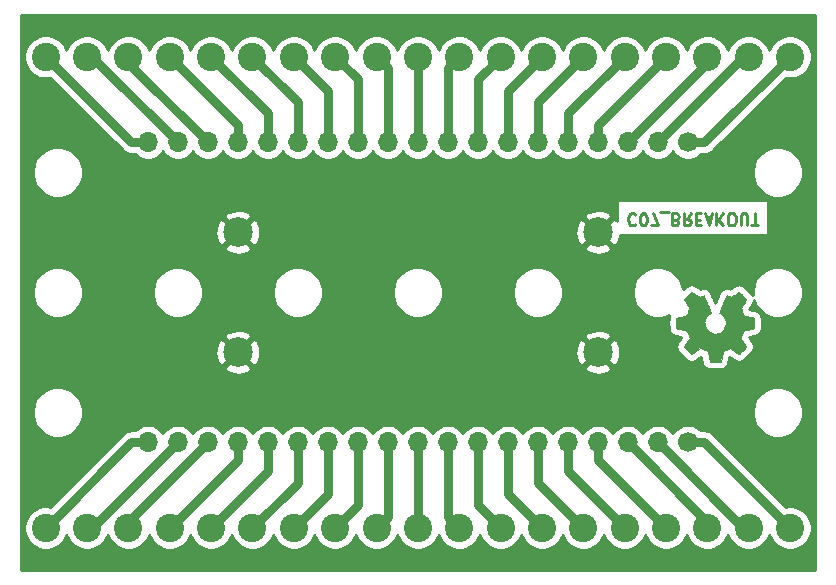
<source format=gbr>
G04 #@! TF.GenerationSoftware,KiCad,Pcbnew,5.1.5-52549c5~86~ubuntu18.04.1*
G04 #@! TF.CreationDate,2020-09-21T15:28:05-05:00*
G04 #@! TF.ProjectId,C07,4330372e-6b69-4636-9164-5f7063625858,rev?*
G04 #@! TF.SameCoordinates,Original*
G04 #@! TF.FileFunction,Copper,L2,Bot*
G04 #@! TF.FilePolarity,Positive*
%FSLAX46Y46*%
G04 Gerber Fmt 4.6, Leading zero omitted, Abs format (unit mm)*
G04 Created by KiCad (PCBNEW 5.1.5-52549c5~86~ubuntu18.04.1) date 2020-09-21 15:28:05*
%MOMM*%
%LPD*%
G04 APERTURE LIST*
%ADD10C,0.250000*%
%ADD11C,0.010000*%
%ADD12O,1.700000X1.700000*%
%ADD13C,1.700000*%
%ADD14C,2.400000*%
%ADD15C,2.499360*%
%ADD16C,0.750000*%
%ADD17C,0.254000*%
G04 APERTURE END LIST*
D10*
X72712866Y-37539657D02*
X72665247Y-37492038D01*
X72522390Y-37444419D01*
X72427152Y-37444419D01*
X72284295Y-37492038D01*
X72189057Y-37587276D01*
X72141438Y-37682514D01*
X72093819Y-37872990D01*
X72093819Y-38015847D01*
X72141438Y-38206323D01*
X72189057Y-38301561D01*
X72284295Y-38396800D01*
X72427152Y-38444419D01*
X72522390Y-38444419D01*
X72665247Y-38396800D01*
X72712866Y-38349180D01*
X73331914Y-38444419D02*
X73427152Y-38444419D01*
X73522390Y-38396800D01*
X73570009Y-38349180D01*
X73617628Y-38253942D01*
X73665247Y-38063466D01*
X73665247Y-37825371D01*
X73617628Y-37634895D01*
X73570009Y-37539657D01*
X73522390Y-37492038D01*
X73427152Y-37444419D01*
X73331914Y-37444419D01*
X73236676Y-37492038D01*
X73189057Y-37539657D01*
X73141438Y-37634895D01*
X73093819Y-37825371D01*
X73093819Y-38063466D01*
X73141438Y-38253942D01*
X73189057Y-38349180D01*
X73236676Y-38396800D01*
X73331914Y-38444419D01*
X73998580Y-38444419D02*
X74665247Y-38444419D01*
X74236676Y-37444419D01*
X74808104Y-37349180D02*
X75570009Y-37349180D01*
X76141438Y-37968228D02*
X76284295Y-37920609D01*
X76331914Y-37872990D01*
X76379533Y-37777752D01*
X76379533Y-37634895D01*
X76331914Y-37539657D01*
X76284295Y-37492038D01*
X76189057Y-37444419D01*
X75808104Y-37444419D01*
X75808104Y-38444419D01*
X76141438Y-38444419D01*
X76236676Y-38396800D01*
X76284295Y-38349180D01*
X76331914Y-38253942D01*
X76331914Y-38158704D01*
X76284295Y-38063466D01*
X76236676Y-38015847D01*
X76141438Y-37968228D01*
X75808104Y-37968228D01*
X77379533Y-37444419D02*
X77046200Y-37920609D01*
X76808104Y-37444419D02*
X76808104Y-38444419D01*
X77189057Y-38444419D01*
X77284295Y-38396800D01*
X77331914Y-38349180D01*
X77379533Y-38253942D01*
X77379533Y-38111085D01*
X77331914Y-38015847D01*
X77284295Y-37968228D01*
X77189057Y-37920609D01*
X76808104Y-37920609D01*
X77808104Y-37968228D02*
X78141438Y-37968228D01*
X78284295Y-37444419D02*
X77808104Y-37444419D01*
X77808104Y-38444419D01*
X78284295Y-38444419D01*
X78665247Y-37730133D02*
X79141438Y-37730133D01*
X78570009Y-37444419D02*
X78903342Y-38444419D01*
X79236676Y-37444419D01*
X79570009Y-37444419D02*
X79570009Y-38444419D01*
X80141438Y-37444419D02*
X79712866Y-38015847D01*
X80141438Y-38444419D02*
X79570009Y-37872990D01*
X80760485Y-38444419D02*
X80950961Y-38444419D01*
X81046200Y-38396800D01*
X81141438Y-38301561D01*
X81189057Y-38111085D01*
X81189057Y-37777752D01*
X81141438Y-37587276D01*
X81046200Y-37492038D01*
X80950961Y-37444419D01*
X80760485Y-37444419D01*
X80665247Y-37492038D01*
X80570009Y-37587276D01*
X80522390Y-37777752D01*
X80522390Y-38111085D01*
X80570009Y-38301561D01*
X80665247Y-38396800D01*
X80760485Y-38444419D01*
X81617628Y-38444419D02*
X81617628Y-37634895D01*
X81665247Y-37539657D01*
X81712866Y-37492038D01*
X81808104Y-37444419D01*
X81998580Y-37444419D01*
X82093819Y-37492038D01*
X82141438Y-37539657D01*
X82189057Y-37634895D01*
X82189057Y-38444419D01*
X82522390Y-38444419D02*
X83093819Y-38444419D01*
X82808104Y-37444419D02*
X82808104Y-38444419D01*
D11*
G36*
X80007014Y-49571869D02*
G01*
X80090835Y-49127245D01*
X80400120Y-48999747D01*
X80709406Y-48872249D01*
X81080446Y-49124554D01*
X81184357Y-49194804D01*
X81278287Y-49257528D01*
X81357852Y-49309862D01*
X81418670Y-49348943D01*
X81456357Y-49371907D01*
X81466621Y-49376858D01*
X81485110Y-49364124D01*
X81524620Y-49328918D01*
X81580722Y-49275738D01*
X81648987Y-49209082D01*
X81724986Y-49133446D01*
X81804292Y-49053328D01*
X81882475Y-48973226D01*
X81955107Y-48897636D01*
X82017759Y-48831055D01*
X82066003Y-48777982D01*
X82095410Y-48742913D01*
X82102441Y-48731177D01*
X82092323Y-48709540D01*
X82063959Y-48662138D01*
X82020329Y-48593607D01*
X81964418Y-48508585D01*
X81899206Y-48411707D01*
X81861419Y-48356450D01*
X81792543Y-48255552D01*
X81731340Y-48164501D01*
X81680778Y-48087830D01*
X81643828Y-48030072D01*
X81623458Y-47995757D01*
X81620397Y-47988546D01*
X81627336Y-47968052D01*
X81646251Y-47920287D01*
X81674287Y-47851968D01*
X81708591Y-47769811D01*
X81746309Y-47680530D01*
X81784587Y-47590842D01*
X81820570Y-47507462D01*
X81851406Y-47437106D01*
X81874239Y-47386490D01*
X81886217Y-47362329D01*
X81886924Y-47361378D01*
X81905731Y-47356764D01*
X81955818Y-47346472D01*
X82031993Y-47331513D01*
X82129065Y-47312899D01*
X82241843Y-47291641D01*
X82307642Y-47279382D01*
X82428150Y-47256438D01*
X82536997Y-47234605D01*
X82628676Y-47215078D01*
X82697681Y-47199052D01*
X82738504Y-47187721D01*
X82746711Y-47184126D01*
X82754748Y-47159794D01*
X82761233Y-47104841D01*
X82766170Y-47025692D01*
X82769564Y-46928774D01*
X82771418Y-46820513D01*
X82771738Y-46707335D01*
X82770527Y-46595665D01*
X82767790Y-46491932D01*
X82763531Y-46402559D01*
X82757755Y-46333974D01*
X82750467Y-46292603D01*
X82746095Y-46283990D01*
X82719964Y-46273667D01*
X82664593Y-46258908D01*
X82587307Y-46241448D01*
X82495430Y-46223020D01*
X82463358Y-46217059D01*
X82308724Y-46188734D01*
X82186575Y-46165924D01*
X82092873Y-46147720D01*
X82023584Y-46133217D01*
X81974671Y-46121508D01*
X81942097Y-46111685D01*
X81921828Y-46102844D01*
X81909826Y-46094076D01*
X81908147Y-46092343D01*
X81891384Y-46064429D01*
X81865814Y-46010105D01*
X81833988Y-45936023D01*
X81798460Y-45848835D01*
X81761783Y-45755192D01*
X81726511Y-45661748D01*
X81695196Y-45575153D01*
X81670393Y-45502060D01*
X81654654Y-45449122D01*
X81650532Y-45422989D01*
X81650876Y-45422074D01*
X81664841Y-45400714D01*
X81696522Y-45353716D01*
X81742591Y-45285973D01*
X81799718Y-45202377D01*
X81864573Y-45107818D01*
X81883043Y-45080946D01*
X81948899Y-44983525D01*
X82006850Y-44894637D01*
X82053738Y-44819388D01*
X82086407Y-44762880D01*
X82101700Y-44730219D01*
X82102441Y-44726207D01*
X82089592Y-44705116D01*
X82054088Y-44663336D01*
X82000493Y-44605355D01*
X81933371Y-44535665D01*
X81857287Y-44458755D01*
X81776804Y-44379117D01*
X81696487Y-44301239D01*
X81620899Y-44229614D01*
X81554605Y-44168730D01*
X81502169Y-44123079D01*
X81468155Y-44097150D01*
X81458745Y-44092917D01*
X81436843Y-44102888D01*
X81392000Y-44129780D01*
X81331521Y-44169064D01*
X81284989Y-44200683D01*
X81200675Y-44258702D01*
X81100826Y-44327016D01*
X81000673Y-44395221D01*
X80946827Y-44431725D01*
X80764571Y-44555000D01*
X80611581Y-44472280D01*
X80541882Y-44436041D01*
X80482614Y-44407874D01*
X80442511Y-44391809D01*
X80432303Y-44389574D01*
X80420029Y-44406078D01*
X80395813Y-44452718D01*
X80361463Y-44525191D01*
X80318788Y-44619194D01*
X80269594Y-44730426D01*
X80215690Y-44854585D01*
X80158884Y-44987368D01*
X80100982Y-45124473D01*
X80043793Y-45261598D01*
X79989124Y-45394442D01*
X79938784Y-45518702D01*
X79894580Y-45630075D01*
X79858319Y-45724261D01*
X79831809Y-45796956D01*
X79816858Y-45843859D01*
X79814454Y-45859967D01*
X79833511Y-45880514D01*
X79875236Y-45913867D01*
X79930906Y-45953098D01*
X79935578Y-45956201D01*
X80079464Y-46071377D01*
X80195483Y-46205747D01*
X80282630Y-46355016D01*
X80339899Y-46514887D01*
X80366286Y-46681063D01*
X80360785Y-46849248D01*
X80322390Y-47015145D01*
X80250095Y-47174458D01*
X80228826Y-47209313D01*
X80118196Y-47350063D01*
X79987502Y-47463086D01*
X79841264Y-47547797D01*
X79684008Y-47603606D01*
X79520257Y-47629926D01*
X79354533Y-47626170D01*
X79191362Y-47591750D01*
X79035265Y-47526077D01*
X78890767Y-47428565D01*
X78846069Y-47388987D01*
X78732312Y-47265097D01*
X78649418Y-47134676D01*
X78592556Y-46988485D01*
X78560887Y-46843712D01*
X78553069Y-46680940D01*
X78579138Y-46517360D01*
X78636445Y-46358502D01*
X78722344Y-46209894D01*
X78834186Y-46077065D01*
X78969323Y-45965544D01*
X78987083Y-45953789D01*
X79043350Y-45915292D01*
X79086123Y-45881937D01*
X79106572Y-45860640D01*
X79106869Y-45859967D01*
X79102479Y-45836929D01*
X79085076Y-45784643D01*
X79056468Y-45707410D01*
X79018465Y-45609532D01*
X78972874Y-45495309D01*
X78921503Y-45369042D01*
X78866162Y-45235033D01*
X78808658Y-45097582D01*
X78750801Y-44960992D01*
X78694398Y-44829563D01*
X78641258Y-44707595D01*
X78593190Y-44599391D01*
X78552001Y-44509251D01*
X78519501Y-44441477D01*
X78497497Y-44400370D01*
X78488636Y-44389574D01*
X78461560Y-44397981D01*
X78410897Y-44420528D01*
X78345383Y-44453187D01*
X78309359Y-44472280D01*
X78156368Y-44555000D01*
X77974112Y-44431725D01*
X77881075Y-44368572D01*
X77779215Y-44299073D01*
X77683762Y-44233635D01*
X77635950Y-44200683D01*
X77568705Y-44155527D01*
X77511764Y-44119743D01*
X77472554Y-44097862D01*
X77459819Y-44093237D01*
X77441283Y-44105715D01*
X77400259Y-44140548D01*
X77340725Y-44194122D01*
X77266658Y-44262817D01*
X77182035Y-44343019D01*
X77128515Y-44394514D01*
X77034881Y-44486514D01*
X76953959Y-44568801D01*
X76889023Y-44637855D01*
X76843342Y-44690156D01*
X76820189Y-44722184D01*
X76817968Y-44728684D01*
X76828276Y-44753406D01*
X76856761Y-44803395D01*
X76900263Y-44873588D01*
X76955623Y-44958925D01*
X77019680Y-45054344D01*
X77037897Y-45080946D01*
X77104273Y-45177633D01*
X77163822Y-45264683D01*
X77213216Y-45337205D01*
X77249125Y-45390307D01*
X77268219Y-45419097D01*
X77270064Y-45422074D01*
X77267305Y-45445018D01*
X77252662Y-45495464D01*
X77228687Y-45566759D01*
X77197934Y-45652253D01*
X77162956Y-45745293D01*
X77126307Y-45839226D01*
X77090539Y-45927401D01*
X77058206Y-46003166D01*
X77031862Y-46059869D01*
X77014058Y-46090857D01*
X77012793Y-46092343D01*
X77001906Y-46101199D01*
X76983518Y-46109957D01*
X76953594Y-46119523D01*
X76908097Y-46130804D01*
X76842991Y-46144707D01*
X76754239Y-46162137D01*
X76637807Y-46184002D01*
X76489658Y-46211209D01*
X76457582Y-46217059D01*
X76362514Y-46235426D01*
X76279635Y-46253395D01*
X76216270Y-46269231D01*
X76179742Y-46281200D01*
X76174844Y-46283990D01*
X76166773Y-46308728D01*
X76160213Y-46364010D01*
X76155167Y-46443411D01*
X76151641Y-46540504D01*
X76149639Y-46648862D01*
X76149164Y-46762060D01*
X76150223Y-46873672D01*
X76152818Y-46977271D01*
X76156954Y-47066432D01*
X76162637Y-47134728D01*
X76169869Y-47175734D01*
X76174229Y-47184126D01*
X76198502Y-47192592D01*
X76253774Y-47206365D01*
X76334538Y-47224250D01*
X76435288Y-47245052D01*
X76550517Y-47267577D01*
X76613298Y-47279382D01*
X76732413Y-47301649D01*
X76838635Y-47321821D01*
X76926773Y-47338885D01*
X76991634Y-47351831D01*
X77028026Y-47359645D01*
X77034016Y-47361378D01*
X77044139Y-47380910D01*
X77065538Y-47427957D01*
X77095361Y-47495797D01*
X77130755Y-47577709D01*
X77168868Y-47666972D01*
X77206847Y-47756865D01*
X77241840Y-47840665D01*
X77270994Y-47911653D01*
X77291457Y-47963106D01*
X77300377Y-47988303D01*
X77300543Y-47989404D01*
X77290431Y-48009281D01*
X77262083Y-48055023D01*
X77218477Y-48122083D01*
X77162594Y-48205916D01*
X77097413Y-48301974D01*
X77059521Y-48357150D01*
X76990475Y-48458319D01*
X76929150Y-48550170D01*
X76878537Y-48628056D01*
X76841629Y-48687331D01*
X76821418Y-48723349D01*
X76818499Y-48731423D01*
X76831047Y-48750216D01*
X76865737Y-48790343D01*
X76918137Y-48847307D01*
X76983816Y-48916615D01*
X77058344Y-48993769D01*
X77137287Y-49074275D01*
X77216217Y-49153637D01*
X77290700Y-49227360D01*
X77356306Y-49290948D01*
X77408604Y-49339906D01*
X77443161Y-49369739D01*
X77454722Y-49376858D01*
X77473546Y-49366847D01*
X77518569Y-49338722D01*
X77585413Y-49295346D01*
X77669701Y-49239582D01*
X77767056Y-49174294D01*
X77840493Y-49124554D01*
X78211533Y-48872249D01*
X78830105Y-49127245D01*
X78913925Y-49571869D01*
X78997746Y-50016493D01*
X79923194Y-50016493D01*
X80007014Y-49571869D01*
G37*
X80007014Y-49571869D02*
X80090835Y-49127245D01*
X80400120Y-48999747D01*
X80709406Y-48872249D01*
X81080446Y-49124554D01*
X81184357Y-49194804D01*
X81278287Y-49257528D01*
X81357852Y-49309862D01*
X81418670Y-49348943D01*
X81456357Y-49371907D01*
X81466621Y-49376858D01*
X81485110Y-49364124D01*
X81524620Y-49328918D01*
X81580722Y-49275738D01*
X81648987Y-49209082D01*
X81724986Y-49133446D01*
X81804292Y-49053328D01*
X81882475Y-48973226D01*
X81955107Y-48897636D01*
X82017759Y-48831055D01*
X82066003Y-48777982D01*
X82095410Y-48742913D01*
X82102441Y-48731177D01*
X82092323Y-48709540D01*
X82063959Y-48662138D01*
X82020329Y-48593607D01*
X81964418Y-48508585D01*
X81899206Y-48411707D01*
X81861419Y-48356450D01*
X81792543Y-48255552D01*
X81731340Y-48164501D01*
X81680778Y-48087830D01*
X81643828Y-48030072D01*
X81623458Y-47995757D01*
X81620397Y-47988546D01*
X81627336Y-47968052D01*
X81646251Y-47920287D01*
X81674287Y-47851968D01*
X81708591Y-47769811D01*
X81746309Y-47680530D01*
X81784587Y-47590842D01*
X81820570Y-47507462D01*
X81851406Y-47437106D01*
X81874239Y-47386490D01*
X81886217Y-47362329D01*
X81886924Y-47361378D01*
X81905731Y-47356764D01*
X81955818Y-47346472D01*
X82031993Y-47331513D01*
X82129065Y-47312899D01*
X82241843Y-47291641D01*
X82307642Y-47279382D01*
X82428150Y-47256438D01*
X82536997Y-47234605D01*
X82628676Y-47215078D01*
X82697681Y-47199052D01*
X82738504Y-47187721D01*
X82746711Y-47184126D01*
X82754748Y-47159794D01*
X82761233Y-47104841D01*
X82766170Y-47025692D01*
X82769564Y-46928774D01*
X82771418Y-46820513D01*
X82771738Y-46707335D01*
X82770527Y-46595665D01*
X82767790Y-46491932D01*
X82763531Y-46402559D01*
X82757755Y-46333974D01*
X82750467Y-46292603D01*
X82746095Y-46283990D01*
X82719964Y-46273667D01*
X82664593Y-46258908D01*
X82587307Y-46241448D01*
X82495430Y-46223020D01*
X82463358Y-46217059D01*
X82308724Y-46188734D01*
X82186575Y-46165924D01*
X82092873Y-46147720D01*
X82023584Y-46133217D01*
X81974671Y-46121508D01*
X81942097Y-46111685D01*
X81921828Y-46102844D01*
X81909826Y-46094076D01*
X81908147Y-46092343D01*
X81891384Y-46064429D01*
X81865814Y-46010105D01*
X81833988Y-45936023D01*
X81798460Y-45848835D01*
X81761783Y-45755192D01*
X81726511Y-45661748D01*
X81695196Y-45575153D01*
X81670393Y-45502060D01*
X81654654Y-45449122D01*
X81650532Y-45422989D01*
X81650876Y-45422074D01*
X81664841Y-45400714D01*
X81696522Y-45353716D01*
X81742591Y-45285973D01*
X81799718Y-45202377D01*
X81864573Y-45107818D01*
X81883043Y-45080946D01*
X81948899Y-44983525D01*
X82006850Y-44894637D01*
X82053738Y-44819388D01*
X82086407Y-44762880D01*
X82101700Y-44730219D01*
X82102441Y-44726207D01*
X82089592Y-44705116D01*
X82054088Y-44663336D01*
X82000493Y-44605355D01*
X81933371Y-44535665D01*
X81857287Y-44458755D01*
X81776804Y-44379117D01*
X81696487Y-44301239D01*
X81620899Y-44229614D01*
X81554605Y-44168730D01*
X81502169Y-44123079D01*
X81468155Y-44097150D01*
X81458745Y-44092917D01*
X81436843Y-44102888D01*
X81392000Y-44129780D01*
X81331521Y-44169064D01*
X81284989Y-44200683D01*
X81200675Y-44258702D01*
X81100826Y-44327016D01*
X81000673Y-44395221D01*
X80946827Y-44431725D01*
X80764571Y-44555000D01*
X80611581Y-44472280D01*
X80541882Y-44436041D01*
X80482614Y-44407874D01*
X80442511Y-44391809D01*
X80432303Y-44389574D01*
X80420029Y-44406078D01*
X80395813Y-44452718D01*
X80361463Y-44525191D01*
X80318788Y-44619194D01*
X80269594Y-44730426D01*
X80215690Y-44854585D01*
X80158884Y-44987368D01*
X80100982Y-45124473D01*
X80043793Y-45261598D01*
X79989124Y-45394442D01*
X79938784Y-45518702D01*
X79894580Y-45630075D01*
X79858319Y-45724261D01*
X79831809Y-45796956D01*
X79816858Y-45843859D01*
X79814454Y-45859967D01*
X79833511Y-45880514D01*
X79875236Y-45913867D01*
X79930906Y-45953098D01*
X79935578Y-45956201D01*
X80079464Y-46071377D01*
X80195483Y-46205747D01*
X80282630Y-46355016D01*
X80339899Y-46514887D01*
X80366286Y-46681063D01*
X80360785Y-46849248D01*
X80322390Y-47015145D01*
X80250095Y-47174458D01*
X80228826Y-47209313D01*
X80118196Y-47350063D01*
X79987502Y-47463086D01*
X79841264Y-47547797D01*
X79684008Y-47603606D01*
X79520257Y-47629926D01*
X79354533Y-47626170D01*
X79191362Y-47591750D01*
X79035265Y-47526077D01*
X78890767Y-47428565D01*
X78846069Y-47388987D01*
X78732312Y-47265097D01*
X78649418Y-47134676D01*
X78592556Y-46988485D01*
X78560887Y-46843712D01*
X78553069Y-46680940D01*
X78579138Y-46517360D01*
X78636445Y-46358502D01*
X78722344Y-46209894D01*
X78834186Y-46077065D01*
X78969323Y-45965544D01*
X78987083Y-45953789D01*
X79043350Y-45915292D01*
X79086123Y-45881937D01*
X79106572Y-45860640D01*
X79106869Y-45859967D01*
X79102479Y-45836929D01*
X79085076Y-45784643D01*
X79056468Y-45707410D01*
X79018465Y-45609532D01*
X78972874Y-45495309D01*
X78921503Y-45369042D01*
X78866162Y-45235033D01*
X78808658Y-45097582D01*
X78750801Y-44960992D01*
X78694398Y-44829563D01*
X78641258Y-44707595D01*
X78593190Y-44599391D01*
X78552001Y-44509251D01*
X78519501Y-44441477D01*
X78497497Y-44400370D01*
X78488636Y-44389574D01*
X78461560Y-44397981D01*
X78410897Y-44420528D01*
X78345383Y-44453187D01*
X78309359Y-44472280D01*
X78156368Y-44555000D01*
X77974112Y-44431725D01*
X77881075Y-44368572D01*
X77779215Y-44299073D01*
X77683762Y-44233635D01*
X77635950Y-44200683D01*
X77568705Y-44155527D01*
X77511764Y-44119743D01*
X77472554Y-44097862D01*
X77459819Y-44093237D01*
X77441283Y-44105715D01*
X77400259Y-44140548D01*
X77340725Y-44194122D01*
X77266658Y-44262817D01*
X77182035Y-44343019D01*
X77128515Y-44394514D01*
X77034881Y-44486514D01*
X76953959Y-44568801D01*
X76889023Y-44637855D01*
X76843342Y-44690156D01*
X76820189Y-44722184D01*
X76817968Y-44728684D01*
X76828276Y-44753406D01*
X76856761Y-44803395D01*
X76900263Y-44873588D01*
X76955623Y-44958925D01*
X77019680Y-45054344D01*
X77037897Y-45080946D01*
X77104273Y-45177633D01*
X77163822Y-45264683D01*
X77213216Y-45337205D01*
X77249125Y-45390307D01*
X77268219Y-45419097D01*
X77270064Y-45422074D01*
X77267305Y-45445018D01*
X77252662Y-45495464D01*
X77228687Y-45566759D01*
X77197934Y-45652253D01*
X77162956Y-45745293D01*
X77126307Y-45839226D01*
X77090539Y-45927401D01*
X77058206Y-46003166D01*
X77031862Y-46059869D01*
X77014058Y-46090857D01*
X77012793Y-46092343D01*
X77001906Y-46101199D01*
X76983518Y-46109957D01*
X76953594Y-46119523D01*
X76908097Y-46130804D01*
X76842991Y-46144707D01*
X76754239Y-46162137D01*
X76637807Y-46184002D01*
X76489658Y-46211209D01*
X76457582Y-46217059D01*
X76362514Y-46235426D01*
X76279635Y-46253395D01*
X76216270Y-46269231D01*
X76179742Y-46281200D01*
X76174844Y-46283990D01*
X76166773Y-46308728D01*
X76160213Y-46364010D01*
X76155167Y-46443411D01*
X76151641Y-46540504D01*
X76149639Y-46648862D01*
X76149164Y-46762060D01*
X76150223Y-46873672D01*
X76152818Y-46977271D01*
X76156954Y-47066432D01*
X76162637Y-47134728D01*
X76169869Y-47175734D01*
X76174229Y-47184126D01*
X76198502Y-47192592D01*
X76253774Y-47206365D01*
X76334538Y-47224250D01*
X76435288Y-47245052D01*
X76550517Y-47267577D01*
X76613298Y-47279382D01*
X76732413Y-47301649D01*
X76838635Y-47321821D01*
X76926773Y-47338885D01*
X76991634Y-47351831D01*
X77028026Y-47359645D01*
X77034016Y-47361378D01*
X77044139Y-47380910D01*
X77065538Y-47427957D01*
X77095361Y-47495797D01*
X77130755Y-47577709D01*
X77168868Y-47666972D01*
X77206847Y-47756865D01*
X77241840Y-47840665D01*
X77270994Y-47911653D01*
X77291457Y-47963106D01*
X77300377Y-47988303D01*
X77300543Y-47989404D01*
X77290431Y-48009281D01*
X77262083Y-48055023D01*
X77218477Y-48122083D01*
X77162594Y-48205916D01*
X77097413Y-48301974D01*
X77059521Y-48357150D01*
X76990475Y-48458319D01*
X76929150Y-48550170D01*
X76878537Y-48628056D01*
X76841629Y-48687331D01*
X76821418Y-48723349D01*
X76818499Y-48731423D01*
X76831047Y-48750216D01*
X76865737Y-48790343D01*
X76918137Y-48847307D01*
X76983816Y-48916615D01*
X77058344Y-48993769D01*
X77137287Y-49074275D01*
X77216217Y-49153637D01*
X77290700Y-49227360D01*
X77356306Y-49290948D01*
X77408604Y-49339906D01*
X77443161Y-49369739D01*
X77454722Y-49376858D01*
X77473546Y-49366847D01*
X77518569Y-49338722D01*
X77585413Y-49295346D01*
X77669701Y-49239582D01*
X77767056Y-49174294D01*
X77840493Y-49124554D01*
X78211533Y-48872249D01*
X78830105Y-49127245D01*
X78913925Y-49571869D01*
X78997746Y-50016493D01*
X79923194Y-50016493D01*
X80007014Y-49571869D01*
D12*
X31430000Y-56830000D03*
X33970000Y-56830000D03*
X36510000Y-56830000D03*
X39050000Y-56830000D03*
X41590000Y-56830000D03*
X44130000Y-56830000D03*
X46670000Y-56830000D03*
X49210000Y-56830000D03*
X51750000Y-56830000D03*
X54290000Y-56830000D03*
X56830000Y-56830000D03*
X59370000Y-56830000D03*
X61910000Y-56830000D03*
X64450000Y-56830000D03*
X66990000Y-56830000D03*
X69530000Y-56830000D03*
X72070000Y-56830000D03*
X74610000Y-56830000D03*
D13*
X77150000Y-56830000D03*
D12*
X31430000Y-31430000D03*
X33970000Y-31430000D03*
X36510000Y-31430000D03*
X39050000Y-31430000D03*
X41590000Y-31430000D03*
X44130000Y-31430000D03*
X46670000Y-31430000D03*
X49210000Y-31430000D03*
X51750000Y-31430000D03*
X54290000Y-31430000D03*
X56830000Y-31430000D03*
X59370000Y-31430000D03*
X61910000Y-31430000D03*
X64450000Y-31430000D03*
X66990000Y-31430000D03*
X69530000Y-31430000D03*
X72070000Y-31430000D03*
X74610000Y-31430000D03*
D13*
X77150000Y-31430000D03*
D14*
X85790000Y-64079200D03*
X82290000Y-64079200D03*
X78790000Y-64079200D03*
X75290000Y-64079200D03*
X71790000Y-64079200D03*
X68290000Y-64079200D03*
X64790000Y-64079200D03*
X61290000Y-64079200D03*
X57790000Y-64079200D03*
X54290000Y-64079200D03*
X50790000Y-64079200D03*
X47290000Y-64079200D03*
X43790000Y-64079200D03*
X40290000Y-64079200D03*
X36790000Y-64079200D03*
X33290000Y-64079200D03*
X29790000Y-64079200D03*
X26290000Y-64079200D03*
X22790000Y-64079200D03*
X57790000Y-24180800D03*
X61290000Y-24180800D03*
X64790000Y-24180800D03*
X68290000Y-24180800D03*
X71790000Y-24180800D03*
X75290000Y-24180800D03*
X78790000Y-24180800D03*
X82290000Y-24180800D03*
X85790000Y-24180800D03*
X22790000Y-24180800D03*
X26290000Y-24180800D03*
X29790000Y-24180800D03*
X33290000Y-24180800D03*
X36790000Y-24180800D03*
X40290000Y-24180800D03*
X43790000Y-24180800D03*
X47290000Y-24180800D03*
X50790000Y-24180800D03*
X54290000Y-24180800D03*
D15*
X69530000Y-49210000D03*
X69530000Y-39050000D03*
X39050000Y-39050000D03*
X39050000Y-49210000D03*
D16*
X30039200Y-31430000D02*
X22790000Y-24180800D01*
X31430000Y-31430000D02*
X30039200Y-31430000D01*
X26720800Y-24180800D02*
X26290000Y-24180800D01*
X33970000Y-31430000D02*
X26720800Y-24180800D01*
X29790000Y-24710000D02*
X29790000Y-24180800D01*
X36510000Y-31430000D02*
X29790000Y-24710000D01*
X39050000Y-29940800D02*
X33290000Y-24180800D01*
X39050000Y-31430000D02*
X39050000Y-29940800D01*
X41590000Y-28980800D02*
X36790000Y-24180800D01*
X41590000Y-31430000D02*
X41590000Y-28980800D01*
X44130000Y-28020800D02*
X40290000Y-24180800D01*
X44130000Y-31430000D02*
X44130000Y-28020800D01*
X46670000Y-27060800D02*
X43790000Y-24180800D01*
X46670000Y-31430000D02*
X46670000Y-27060800D01*
X49210000Y-26100800D02*
X47290000Y-24180800D01*
X49210000Y-31430000D02*
X49210000Y-26100800D01*
X51750000Y-25140800D02*
X50790000Y-24180800D01*
X51750000Y-31430000D02*
X51750000Y-25140800D01*
X54290000Y-31430000D02*
X54290000Y-24180800D01*
X56830000Y-25140800D02*
X57790000Y-24180800D01*
X56830000Y-31430000D02*
X56830000Y-25140800D01*
X59370000Y-26100800D02*
X61290000Y-24180800D01*
X59370000Y-31430000D02*
X59370000Y-26100800D01*
X61910000Y-27060800D02*
X64790000Y-24180800D01*
X61910000Y-31430000D02*
X61910000Y-27060800D01*
X64450000Y-28020800D02*
X68290000Y-24180800D01*
X64450000Y-31430000D02*
X64450000Y-28020800D01*
X66990000Y-28980800D02*
X71790000Y-24180800D01*
X66990000Y-31430000D02*
X66990000Y-28980800D01*
X69530000Y-29940800D02*
X75290000Y-24180800D01*
X69530000Y-31430000D02*
X69530000Y-29940800D01*
X78790000Y-24710000D02*
X78790000Y-24180800D01*
X72070000Y-31430000D02*
X78790000Y-24710000D01*
X81859200Y-24180800D02*
X82290000Y-24180800D01*
X74610000Y-31430000D02*
X81859200Y-24180800D01*
X78540800Y-31430000D02*
X85790000Y-24180800D01*
X77150000Y-31430000D02*
X78540800Y-31430000D01*
X54290000Y-56830000D02*
X54290000Y-64079200D01*
X51750000Y-63119200D02*
X50790000Y-64079200D01*
X51750000Y-56830000D02*
X51750000Y-63119200D01*
X49210000Y-62159200D02*
X47290000Y-64079200D01*
X49210000Y-56830000D02*
X49210000Y-62159200D01*
X46670000Y-61199200D02*
X43790000Y-64079200D01*
X46670000Y-56830000D02*
X46670000Y-61199200D01*
X44130000Y-60239200D02*
X40290000Y-64079200D01*
X44130000Y-56830000D02*
X44130000Y-60239200D01*
X41590000Y-59279200D02*
X36790000Y-64079200D01*
X41590000Y-56830000D02*
X41590000Y-59279200D01*
X39050000Y-58319200D02*
X33290000Y-64079200D01*
X39050000Y-56830000D02*
X39050000Y-58319200D01*
X29790000Y-63550000D02*
X29790000Y-64079200D01*
X36510000Y-56830000D02*
X29790000Y-63550000D01*
X26720800Y-64079200D02*
X26290000Y-64079200D01*
X33970000Y-56830000D02*
X26720800Y-64079200D01*
X30039200Y-56830000D02*
X22790000Y-64079200D01*
X31430000Y-56830000D02*
X30039200Y-56830000D01*
X78540800Y-56830000D02*
X85790000Y-64079200D01*
X77150000Y-56830000D02*
X78540800Y-56830000D01*
X81859200Y-64079200D02*
X82290000Y-64079200D01*
X74610000Y-56830000D02*
X81859200Y-64079200D01*
X78790000Y-63550000D02*
X78790000Y-64079200D01*
X72070000Y-56830000D02*
X78790000Y-63550000D01*
X69530000Y-58319200D02*
X75290000Y-64079200D01*
X69530000Y-56830000D02*
X69530000Y-58319200D01*
X66990000Y-59279200D02*
X71790000Y-64079200D01*
X66990000Y-56830000D02*
X66990000Y-59279200D01*
X64450000Y-60239200D02*
X68290000Y-64079200D01*
X64450000Y-56830000D02*
X64450000Y-60239200D01*
X61910000Y-61199200D02*
X64790000Y-64079200D01*
X61910000Y-56830000D02*
X61910000Y-61199200D01*
X59370000Y-62159200D02*
X61290000Y-64079200D01*
X59370000Y-56830000D02*
X59370000Y-62159200D01*
X56830000Y-63119200D02*
X57790000Y-64079200D01*
X56830000Y-56830000D02*
X56830000Y-63119200D01*
D17*
G36*
X87920001Y-67600000D02*
G01*
X20726400Y-67600000D01*
X20726400Y-63898468D01*
X20955000Y-63898468D01*
X20955000Y-64259932D01*
X21025518Y-64614450D01*
X21163844Y-64948399D01*
X21364662Y-65248944D01*
X21620256Y-65504538D01*
X21920801Y-65705356D01*
X22254750Y-65843682D01*
X22609268Y-65914200D01*
X22970732Y-65914200D01*
X23325250Y-65843682D01*
X23659199Y-65705356D01*
X23959744Y-65504538D01*
X24215338Y-65248944D01*
X24416156Y-64948399D01*
X24540000Y-64649413D01*
X24663844Y-64948399D01*
X24864662Y-65248944D01*
X25120256Y-65504538D01*
X25420801Y-65705356D01*
X25754750Y-65843682D01*
X26109268Y-65914200D01*
X26470732Y-65914200D01*
X26825250Y-65843682D01*
X27159199Y-65705356D01*
X27459744Y-65504538D01*
X27715338Y-65248944D01*
X27916156Y-64948399D01*
X28040000Y-64649413D01*
X28163844Y-64948399D01*
X28364662Y-65248944D01*
X28620256Y-65504538D01*
X28920801Y-65705356D01*
X29254750Y-65843682D01*
X29609268Y-65914200D01*
X29970732Y-65914200D01*
X30325250Y-65843682D01*
X30659199Y-65705356D01*
X30959744Y-65504538D01*
X31215338Y-65248944D01*
X31416156Y-64948399D01*
X31540000Y-64649413D01*
X31663844Y-64948399D01*
X31864662Y-65248944D01*
X32120256Y-65504538D01*
X32420801Y-65705356D01*
X32754750Y-65843682D01*
X33109268Y-65914200D01*
X33470732Y-65914200D01*
X33825250Y-65843682D01*
X34159199Y-65705356D01*
X34459744Y-65504538D01*
X34715338Y-65248944D01*
X34916156Y-64948399D01*
X35040000Y-64649413D01*
X35163844Y-64948399D01*
X35364662Y-65248944D01*
X35620256Y-65504538D01*
X35920801Y-65705356D01*
X36254750Y-65843682D01*
X36609268Y-65914200D01*
X36970732Y-65914200D01*
X37325250Y-65843682D01*
X37659199Y-65705356D01*
X37959744Y-65504538D01*
X38215338Y-65248944D01*
X38416156Y-64948399D01*
X38540000Y-64649413D01*
X38663844Y-64948399D01*
X38864662Y-65248944D01*
X39120256Y-65504538D01*
X39420801Y-65705356D01*
X39754750Y-65843682D01*
X40109268Y-65914200D01*
X40470732Y-65914200D01*
X40825250Y-65843682D01*
X41159199Y-65705356D01*
X41459744Y-65504538D01*
X41715338Y-65248944D01*
X41916156Y-64948399D01*
X42040000Y-64649413D01*
X42163844Y-64948399D01*
X42364662Y-65248944D01*
X42620256Y-65504538D01*
X42920801Y-65705356D01*
X43254750Y-65843682D01*
X43609268Y-65914200D01*
X43970732Y-65914200D01*
X44325250Y-65843682D01*
X44659199Y-65705356D01*
X44959744Y-65504538D01*
X45215338Y-65248944D01*
X45416156Y-64948399D01*
X45540000Y-64649413D01*
X45663844Y-64948399D01*
X45864662Y-65248944D01*
X46120256Y-65504538D01*
X46420801Y-65705356D01*
X46754750Y-65843682D01*
X47109268Y-65914200D01*
X47470732Y-65914200D01*
X47825250Y-65843682D01*
X48159199Y-65705356D01*
X48459744Y-65504538D01*
X48715338Y-65248944D01*
X48916156Y-64948399D01*
X49040000Y-64649413D01*
X49163844Y-64948399D01*
X49364662Y-65248944D01*
X49620256Y-65504538D01*
X49920801Y-65705356D01*
X50254750Y-65843682D01*
X50609268Y-65914200D01*
X50970732Y-65914200D01*
X51325250Y-65843682D01*
X51659199Y-65705356D01*
X51959744Y-65504538D01*
X52215338Y-65248944D01*
X52416156Y-64948399D01*
X52540000Y-64649413D01*
X52663844Y-64948399D01*
X52864662Y-65248944D01*
X53120256Y-65504538D01*
X53420801Y-65705356D01*
X53754750Y-65843682D01*
X54109268Y-65914200D01*
X54470732Y-65914200D01*
X54825250Y-65843682D01*
X55159199Y-65705356D01*
X55459744Y-65504538D01*
X55715338Y-65248944D01*
X55916156Y-64948399D01*
X56040000Y-64649413D01*
X56163844Y-64948399D01*
X56364662Y-65248944D01*
X56620256Y-65504538D01*
X56920801Y-65705356D01*
X57254750Y-65843682D01*
X57609268Y-65914200D01*
X57970732Y-65914200D01*
X58325250Y-65843682D01*
X58659199Y-65705356D01*
X58959744Y-65504538D01*
X59215338Y-65248944D01*
X59416156Y-64948399D01*
X59540000Y-64649413D01*
X59663844Y-64948399D01*
X59864662Y-65248944D01*
X60120256Y-65504538D01*
X60420801Y-65705356D01*
X60754750Y-65843682D01*
X61109268Y-65914200D01*
X61470732Y-65914200D01*
X61825250Y-65843682D01*
X62159199Y-65705356D01*
X62459744Y-65504538D01*
X62715338Y-65248944D01*
X62916156Y-64948399D01*
X63040000Y-64649413D01*
X63163844Y-64948399D01*
X63364662Y-65248944D01*
X63620256Y-65504538D01*
X63920801Y-65705356D01*
X64254750Y-65843682D01*
X64609268Y-65914200D01*
X64970732Y-65914200D01*
X65325250Y-65843682D01*
X65659199Y-65705356D01*
X65959744Y-65504538D01*
X66215338Y-65248944D01*
X66416156Y-64948399D01*
X66540000Y-64649413D01*
X66663844Y-64948399D01*
X66864662Y-65248944D01*
X67120256Y-65504538D01*
X67420801Y-65705356D01*
X67754750Y-65843682D01*
X68109268Y-65914200D01*
X68470732Y-65914200D01*
X68825250Y-65843682D01*
X69159199Y-65705356D01*
X69459744Y-65504538D01*
X69715338Y-65248944D01*
X69916156Y-64948399D01*
X70040000Y-64649413D01*
X70163844Y-64948399D01*
X70364662Y-65248944D01*
X70620256Y-65504538D01*
X70920801Y-65705356D01*
X71254750Y-65843682D01*
X71609268Y-65914200D01*
X71970732Y-65914200D01*
X72325250Y-65843682D01*
X72659199Y-65705356D01*
X72959744Y-65504538D01*
X73215338Y-65248944D01*
X73416156Y-64948399D01*
X73540000Y-64649413D01*
X73663844Y-64948399D01*
X73864662Y-65248944D01*
X74120256Y-65504538D01*
X74420801Y-65705356D01*
X74754750Y-65843682D01*
X75109268Y-65914200D01*
X75470732Y-65914200D01*
X75825250Y-65843682D01*
X76159199Y-65705356D01*
X76459744Y-65504538D01*
X76715338Y-65248944D01*
X76916156Y-64948399D01*
X77040000Y-64649413D01*
X77163844Y-64948399D01*
X77364662Y-65248944D01*
X77620256Y-65504538D01*
X77920801Y-65705356D01*
X78254750Y-65843682D01*
X78609268Y-65914200D01*
X78970732Y-65914200D01*
X79325250Y-65843682D01*
X79659199Y-65705356D01*
X79959744Y-65504538D01*
X80215338Y-65248944D01*
X80416156Y-64948399D01*
X80540000Y-64649413D01*
X80663844Y-64948399D01*
X80864662Y-65248944D01*
X81120256Y-65504538D01*
X81420801Y-65705356D01*
X81754750Y-65843682D01*
X82109268Y-65914200D01*
X82470732Y-65914200D01*
X82825250Y-65843682D01*
X83159199Y-65705356D01*
X83459744Y-65504538D01*
X83715338Y-65248944D01*
X83916156Y-64948399D01*
X84040000Y-64649413D01*
X84163844Y-64948399D01*
X84364662Y-65248944D01*
X84620256Y-65504538D01*
X84920801Y-65705356D01*
X85254750Y-65843682D01*
X85609268Y-65914200D01*
X85970732Y-65914200D01*
X86325250Y-65843682D01*
X86659199Y-65705356D01*
X86959744Y-65504538D01*
X87215338Y-65248944D01*
X87416156Y-64948399D01*
X87554482Y-64614450D01*
X87625000Y-64259932D01*
X87625000Y-63898468D01*
X87554482Y-63543950D01*
X87416156Y-63210001D01*
X87215338Y-62909456D01*
X86959744Y-62653862D01*
X86659199Y-62453044D01*
X86325250Y-62314718D01*
X85970732Y-62244200D01*
X85609268Y-62244200D01*
X85420837Y-62281681D01*
X79290061Y-56150906D01*
X79258433Y-56112367D01*
X79104640Y-55986153D01*
X78929180Y-55892368D01*
X78738794Y-55834615D01*
X78590408Y-55820000D01*
X78540800Y-55815114D01*
X78491192Y-55820000D01*
X78240107Y-55820000D01*
X78096632Y-55676525D01*
X77853411Y-55514010D01*
X77583158Y-55402068D01*
X77296260Y-55345000D01*
X77003740Y-55345000D01*
X76716842Y-55402068D01*
X76446589Y-55514010D01*
X76203368Y-55676525D01*
X75996525Y-55883368D01*
X75880000Y-56057760D01*
X75763475Y-55883368D01*
X75556632Y-55676525D01*
X75313411Y-55514010D01*
X75043158Y-55402068D01*
X74756260Y-55345000D01*
X74463740Y-55345000D01*
X74176842Y-55402068D01*
X73906589Y-55514010D01*
X73663368Y-55676525D01*
X73456525Y-55883368D01*
X73340000Y-56057760D01*
X73223475Y-55883368D01*
X73016632Y-55676525D01*
X72773411Y-55514010D01*
X72503158Y-55402068D01*
X72216260Y-55345000D01*
X71923740Y-55345000D01*
X71636842Y-55402068D01*
X71366589Y-55514010D01*
X71123368Y-55676525D01*
X70916525Y-55883368D01*
X70800000Y-56057760D01*
X70683475Y-55883368D01*
X70476632Y-55676525D01*
X70233411Y-55514010D01*
X69963158Y-55402068D01*
X69676260Y-55345000D01*
X69383740Y-55345000D01*
X69096842Y-55402068D01*
X68826589Y-55514010D01*
X68583368Y-55676525D01*
X68376525Y-55883368D01*
X68260000Y-56057760D01*
X68143475Y-55883368D01*
X67936632Y-55676525D01*
X67693411Y-55514010D01*
X67423158Y-55402068D01*
X67136260Y-55345000D01*
X66843740Y-55345000D01*
X66556842Y-55402068D01*
X66286589Y-55514010D01*
X66043368Y-55676525D01*
X65836525Y-55883368D01*
X65720000Y-56057760D01*
X65603475Y-55883368D01*
X65396632Y-55676525D01*
X65153411Y-55514010D01*
X64883158Y-55402068D01*
X64596260Y-55345000D01*
X64303740Y-55345000D01*
X64016842Y-55402068D01*
X63746589Y-55514010D01*
X63503368Y-55676525D01*
X63296525Y-55883368D01*
X63180000Y-56057760D01*
X63063475Y-55883368D01*
X62856632Y-55676525D01*
X62613411Y-55514010D01*
X62343158Y-55402068D01*
X62056260Y-55345000D01*
X61763740Y-55345000D01*
X61476842Y-55402068D01*
X61206589Y-55514010D01*
X60963368Y-55676525D01*
X60756525Y-55883368D01*
X60640000Y-56057760D01*
X60523475Y-55883368D01*
X60316632Y-55676525D01*
X60073411Y-55514010D01*
X59803158Y-55402068D01*
X59516260Y-55345000D01*
X59223740Y-55345000D01*
X58936842Y-55402068D01*
X58666589Y-55514010D01*
X58423368Y-55676525D01*
X58216525Y-55883368D01*
X58100000Y-56057760D01*
X57983475Y-55883368D01*
X57776632Y-55676525D01*
X57533411Y-55514010D01*
X57263158Y-55402068D01*
X56976260Y-55345000D01*
X56683740Y-55345000D01*
X56396842Y-55402068D01*
X56126589Y-55514010D01*
X55883368Y-55676525D01*
X55676525Y-55883368D01*
X55560000Y-56057760D01*
X55443475Y-55883368D01*
X55236632Y-55676525D01*
X54993411Y-55514010D01*
X54723158Y-55402068D01*
X54436260Y-55345000D01*
X54143740Y-55345000D01*
X53856842Y-55402068D01*
X53586589Y-55514010D01*
X53343368Y-55676525D01*
X53136525Y-55883368D01*
X53020000Y-56057760D01*
X52903475Y-55883368D01*
X52696632Y-55676525D01*
X52453411Y-55514010D01*
X52183158Y-55402068D01*
X51896260Y-55345000D01*
X51603740Y-55345000D01*
X51316842Y-55402068D01*
X51046589Y-55514010D01*
X50803368Y-55676525D01*
X50596525Y-55883368D01*
X50480000Y-56057760D01*
X50363475Y-55883368D01*
X50156632Y-55676525D01*
X49913411Y-55514010D01*
X49643158Y-55402068D01*
X49356260Y-55345000D01*
X49063740Y-55345000D01*
X48776842Y-55402068D01*
X48506589Y-55514010D01*
X48263368Y-55676525D01*
X48056525Y-55883368D01*
X47940000Y-56057760D01*
X47823475Y-55883368D01*
X47616632Y-55676525D01*
X47373411Y-55514010D01*
X47103158Y-55402068D01*
X46816260Y-55345000D01*
X46523740Y-55345000D01*
X46236842Y-55402068D01*
X45966589Y-55514010D01*
X45723368Y-55676525D01*
X45516525Y-55883368D01*
X45400000Y-56057760D01*
X45283475Y-55883368D01*
X45076632Y-55676525D01*
X44833411Y-55514010D01*
X44563158Y-55402068D01*
X44276260Y-55345000D01*
X43983740Y-55345000D01*
X43696842Y-55402068D01*
X43426589Y-55514010D01*
X43183368Y-55676525D01*
X42976525Y-55883368D01*
X42860000Y-56057760D01*
X42743475Y-55883368D01*
X42536632Y-55676525D01*
X42293411Y-55514010D01*
X42023158Y-55402068D01*
X41736260Y-55345000D01*
X41443740Y-55345000D01*
X41156842Y-55402068D01*
X40886589Y-55514010D01*
X40643368Y-55676525D01*
X40436525Y-55883368D01*
X40320000Y-56057760D01*
X40203475Y-55883368D01*
X39996632Y-55676525D01*
X39753411Y-55514010D01*
X39483158Y-55402068D01*
X39196260Y-55345000D01*
X38903740Y-55345000D01*
X38616842Y-55402068D01*
X38346589Y-55514010D01*
X38103368Y-55676525D01*
X37896525Y-55883368D01*
X37780000Y-56057760D01*
X37663475Y-55883368D01*
X37456632Y-55676525D01*
X37213411Y-55514010D01*
X36943158Y-55402068D01*
X36656260Y-55345000D01*
X36363740Y-55345000D01*
X36076842Y-55402068D01*
X35806589Y-55514010D01*
X35563368Y-55676525D01*
X35356525Y-55883368D01*
X35240000Y-56057760D01*
X35123475Y-55883368D01*
X34916632Y-55676525D01*
X34673411Y-55514010D01*
X34403158Y-55402068D01*
X34116260Y-55345000D01*
X33823740Y-55345000D01*
X33536842Y-55402068D01*
X33266589Y-55514010D01*
X33023368Y-55676525D01*
X32816525Y-55883368D01*
X32700000Y-56057760D01*
X32583475Y-55883368D01*
X32376632Y-55676525D01*
X32133411Y-55514010D01*
X31863158Y-55402068D01*
X31576260Y-55345000D01*
X31283740Y-55345000D01*
X30996842Y-55402068D01*
X30726589Y-55514010D01*
X30483368Y-55676525D01*
X30339893Y-55820000D01*
X30088808Y-55820000D01*
X30039200Y-55815114D01*
X29841205Y-55834615D01*
X29680489Y-55883368D01*
X29650820Y-55892368D01*
X29475360Y-55986153D01*
X29321567Y-56112367D01*
X29289944Y-56150900D01*
X23159163Y-62281681D01*
X22970732Y-62244200D01*
X22609268Y-62244200D01*
X22254750Y-62314718D01*
X21920801Y-62453044D01*
X21620256Y-62653862D01*
X21364662Y-62909456D01*
X21163844Y-63210001D01*
X21025518Y-63543950D01*
X20955000Y-63898468D01*
X20726400Y-63898468D01*
X20726400Y-54079721D01*
X21675000Y-54079721D01*
X21675000Y-54500279D01*
X21757047Y-54912756D01*
X21917988Y-55301302D01*
X22151637Y-55650983D01*
X22449017Y-55948363D01*
X22798698Y-56182012D01*
X23187244Y-56342953D01*
X23599721Y-56425000D01*
X24020279Y-56425000D01*
X24432756Y-56342953D01*
X24821302Y-56182012D01*
X25170983Y-55948363D01*
X25468363Y-55650983D01*
X25702012Y-55301302D01*
X25862953Y-54912756D01*
X25945000Y-54500279D01*
X25945000Y-54079721D01*
X82635000Y-54079721D01*
X82635000Y-54500279D01*
X82717047Y-54912756D01*
X82877988Y-55301302D01*
X83111637Y-55650983D01*
X83409017Y-55948363D01*
X83758698Y-56182012D01*
X84147244Y-56342953D01*
X84559721Y-56425000D01*
X84980279Y-56425000D01*
X85392756Y-56342953D01*
X85781302Y-56182012D01*
X86130983Y-55948363D01*
X86428363Y-55650983D01*
X86662012Y-55301302D01*
X86822953Y-54912756D01*
X86905000Y-54500279D01*
X86905000Y-54079721D01*
X86822953Y-53667244D01*
X86662012Y-53278698D01*
X86428363Y-52929017D01*
X86130983Y-52631637D01*
X85781302Y-52397988D01*
X85392756Y-52237047D01*
X84980279Y-52155000D01*
X84559721Y-52155000D01*
X84147244Y-52237047D01*
X83758698Y-52397988D01*
X83409017Y-52631637D01*
X83111637Y-52929017D01*
X82877988Y-53278698D01*
X82717047Y-53667244D01*
X82635000Y-54079721D01*
X25945000Y-54079721D01*
X25862953Y-53667244D01*
X25702012Y-53278698D01*
X25468363Y-52929017D01*
X25170983Y-52631637D01*
X24821302Y-52397988D01*
X24432756Y-52237047D01*
X24020279Y-52155000D01*
X23599721Y-52155000D01*
X23187244Y-52237047D01*
X22798698Y-52397988D01*
X22449017Y-52631637D01*
X22151637Y-52929017D01*
X21917988Y-53278698D01*
X21757047Y-53667244D01*
X21675000Y-54079721D01*
X20726400Y-54079721D01*
X20726400Y-50523377D01*
X37916229Y-50523377D01*
X38042104Y-50813315D01*
X38374262Y-50979139D01*
X38732387Y-51076975D01*
X39102719Y-51103065D01*
X39471025Y-51056405D01*
X39823151Y-50938789D01*
X40057896Y-50813315D01*
X40183771Y-50523377D01*
X68396229Y-50523377D01*
X68522104Y-50813315D01*
X68854262Y-50979139D01*
X69212387Y-51076975D01*
X69582719Y-51103065D01*
X69951025Y-51056405D01*
X70303151Y-50938789D01*
X70537896Y-50813315D01*
X70663771Y-50523377D01*
X69530000Y-49389605D01*
X68396229Y-50523377D01*
X40183771Y-50523377D01*
X39050000Y-49389605D01*
X37916229Y-50523377D01*
X20726400Y-50523377D01*
X20726400Y-49262719D01*
X37156935Y-49262719D01*
X37203595Y-49631025D01*
X37321211Y-49983151D01*
X37446685Y-50217896D01*
X37736623Y-50343771D01*
X38870395Y-49210000D01*
X39229605Y-49210000D01*
X40363377Y-50343771D01*
X40653315Y-50217896D01*
X40819139Y-49885738D01*
X40916975Y-49527613D01*
X40935636Y-49262719D01*
X67636935Y-49262719D01*
X67683595Y-49631025D01*
X67801211Y-49983151D01*
X67926685Y-50217896D01*
X68216623Y-50343771D01*
X69350395Y-49210000D01*
X69709605Y-49210000D01*
X70843377Y-50343771D01*
X71133315Y-50217896D01*
X71299139Y-49885738D01*
X71396975Y-49527613D01*
X71423065Y-49157281D01*
X71376405Y-48788975D01*
X71258789Y-48436849D01*
X71133315Y-48202104D01*
X70843377Y-48076229D01*
X69709605Y-49210000D01*
X69350395Y-49210000D01*
X68216623Y-48076229D01*
X67926685Y-48202104D01*
X67760861Y-48534262D01*
X67663025Y-48892387D01*
X67636935Y-49262719D01*
X40935636Y-49262719D01*
X40943065Y-49157281D01*
X40896405Y-48788975D01*
X40778789Y-48436849D01*
X40653315Y-48202104D01*
X40363377Y-48076229D01*
X39229605Y-49210000D01*
X38870395Y-49210000D01*
X37736623Y-48076229D01*
X37446685Y-48202104D01*
X37280861Y-48534262D01*
X37183025Y-48892387D01*
X37156935Y-49262719D01*
X20726400Y-49262719D01*
X20726400Y-47896623D01*
X37916229Y-47896623D01*
X39050000Y-49030395D01*
X40183771Y-47896623D01*
X68396229Y-47896623D01*
X69530000Y-49030395D01*
X70663771Y-47896623D01*
X70537896Y-47606685D01*
X70205738Y-47440861D01*
X69847613Y-47343025D01*
X69477281Y-47316935D01*
X69108975Y-47363595D01*
X68756849Y-47481211D01*
X68522104Y-47606685D01*
X68396229Y-47896623D01*
X40183771Y-47896623D01*
X40057896Y-47606685D01*
X39725738Y-47440861D01*
X39367613Y-47343025D01*
X38997281Y-47316935D01*
X38628975Y-47363595D01*
X38276849Y-47481211D01*
X38042104Y-47606685D01*
X37916229Y-47896623D01*
X20726400Y-47896623D01*
X20726400Y-43919721D01*
X21675000Y-43919721D01*
X21675000Y-44340279D01*
X21757047Y-44752756D01*
X21917988Y-45141302D01*
X22151637Y-45490983D01*
X22449017Y-45788363D01*
X22798698Y-46022012D01*
X23187244Y-46182953D01*
X23599721Y-46265000D01*
X24020279Y-46265000D01*
X24432756Y-46182953D01*
X24821302Y-46022012D01*
X25170983Y-45788363D01*
X25468363Y-45490983D01*
X25702012Y-45141302D01*
X25862953Y-44752756D01*
X25945000Y-44340279D01*
X25945000Y-43919721D01*
X31835000Y-43919721D01*
X31835000Y-44340279D01*
X31917047Y-44752756D01*
X32077988Y-45141302D01*
X32311637Y-45490983D01*
X32609017Y-45788363D01*
X32958698Y-46022012D01*
X33347244Y-46182953D01*
X33759721Y-46265000D01*
X34180279Y-46265000D01*
X34592756Y-46182953D01*
X34981302Y-46022012D01*
X35330983Y-45788363D01*
X35628363Y-45490983D01*
X35862012Y-45141302D01*
X36022953Y-44752756D01*
X36105000Y-44340279D01*
X36105000Y-43919721D01*
X41995000Y-43919721D01*
X41995000Y-44340279D01*
X42077047Y-44752756D01*
X42237988Y-45141302D01*
X42471637Y-45490983D01*
X42769017Y-45788363D01*
X43118698Y-46022012D01*
X43507244Y-46182953D01*
X43919721Y-46265000D01*
X44340279Y-46265000D01*
X44752756Y-46182953D01*
X45141302Y-46022012D01*
X45490983Y-45788363D01*
X45788363Y-45490983D01*
X46022012Y-45141302D01*
X46182953Y-44752756D01*
X46265000Y-44340279D01*
X46265000Y-43919721D01*
X52155000Y-43919721D01*
X52155000Y-44340279D01*
X52237047Y-44752756D01*
X52397988Y-45141302D01*
X52631637Y-45490983D01*
X52929017Y-45788363D01*
X53278698Y-46022012D01*
X53667244Y-46182953D01*
X54079721Y-46265000D01*
X54500279Y-46265000D01*
X54912756Y-46182953D01*
X55301302Y-46022012D01*
X55650983Y-45788363D01*
X55948363Y-45490983D01*
X56182012Y-45141302D01*
X56342953Y-44752756D01*
X56425000Y-44340279D01*
X56425000Y-43919721D01*
X62315000Y-43919721D01*
X62315000Y-44340279D01*
X62397047Y-44752756D01*
X62557988Y-45141302D01*
X62791637Y-45490983D01*
X63089017Y-45788363D01*
X63438698Y-46022012D01*
X63827244Y-46182953D01*
X64239721Y-46265000D01*
X64660279Y-46265000D01*
X65072756Y-46182953D01*
X65461302Y-46022012D01*
X65810983Y-45788363D01*
X66108363Y-45490983D01*
X66342012Y-45141302D01*
X66502953Y-44752756D01*
X66585000Y-44340279D01*
X66585000Y-43919721D01*
X72475000Y-43919721D01*
X72475000Y-44340279D01*
X72557047Y-44752756D01*
X72717988Y-45141302D01*
X72951637Y-45490983D01*
X73249017Y-45788363D01*
X73598698Y-46022012D01*
X73987244Y-46182953D01*
X74399721Y-46265000D01*
X74820279Y-46265000D01*
X75232756Y-46182953D01*
X75587884Y-46035854D01*
X75587424Y-46037045D01*
X75569238Y-46077006D01*
X75566408Y-46085482D01*
X75558337Y-46110220D01*
X75545697Y-46167382D01*
X75532347Y-46224445D01*
X75531383Y-46232113D01*
X75531368Y-46232180D01*
X75531367Y-46232241D01*
X75531232Y-46233312D01*
X75524672Y-46288594D01*
X75524406Y-46301645D01*
X75522130Y-46314505D01*
X75521501Y-46323420D01*
X75516455Y-46402820D01*
X75516600Y-46407061D01*
X75515975Y-46411256D01*
X75515589Y-46420184D01*
X75512063Y-46517277D01*
X75512139Y-46518512D01*
X75511977Y-46519749D01*
X75511750Y-46528682D01*
X75509748Y-46637040D01*
X75509756Y-46637139D01*
X75509744Y-46637241D01*
X75509645Y-46646176D01*
X75509171Y-46759188D01*
X75509170Y-46759196D01*
X75509193Y-46768132D01*
X75510252Y-46879744D01*
X75510307Y-46880251D01*
X75510262Y-46880763D01*
X75510424Y-46889698D01*
X75513019Y-46993297D01*
X75513308Y-46995636D01*
X75513153Y-46997998D01*
X75513505Y-47006927D01*
X75517641Y-47096089D01*
X75518688Y-47103305D01*
X75518479Y-47110593D01*
X75519158Y-47119504D01*
X75524841Y-47187800D01*
X75529311Y-47212259D01*
X75530873Y-47237075D01*
X75532364Y-47245886D01*
X75539596Y-47286892D01*
X75547793Y-47316247D01*
X75553008Y-47346269D01*
X75564548Y-47376249D01*
X75573190Y-47407196D01*
X75586931Y-47434396D01*
X75590507Y-47443685D01*
X75595007Y-47456343D01*
X75596060Y-47458111D01*
X75597879Y-47462837D01*
X75601944Y-47470795D01*
X75606304Y-47479187D01*
X75620857Y-47501550D01*
X75629512Y-47518683D01*
X75640507Y-47532755D01*
X75658912Y-47563664D01*
X75667463Y-47573170D01*
X75674431Y-47583878D01*
X75704829Y-47615078D01*
X75706415Y-47617108D01*
X75708877Y-47619233D01*
X75709142Y-47619505D01*
X75742445Y-47656528D01*
X75752682Y-47664194D01*
X75761596Y-47673343D01*
X75802592Y-47701568D01*
X75842426Y-47731397D01*
X75853942Y-47736922D01*
X75864476Y-47744174D01*
X75910178Y-47763900D01*
X75916587Y-47766974D01*
X75918022Y-47767857D01*
X75919820Y-47768525D01*
X75955043Y-47785423D01*
X75963460Y-47788424D01*
X75987733Y-47796890D01*
X76011842Y-47802735D01*
X76035099Y-47811381D01*
X76043755Y-47813602D01*
X76099027Y-47827375D01*
X76102945Y-47827953D01*
X76106689Y-47829234D01*
X76115400Y-47831227D01*
X76196164Y-47849112D01*
X76196275Y-47849125D01*
X76196387Y-47849162D01*
X76205126Y-47851029D01*
X76305876Y-47871831D01*
X76305991Y-47871843D01*
X76312505Y-47873164D01*
X76427734Y-47895689D01*
X76427895Y-47895704D01*
X76432248Y-47896554D01*
X76495028Y-47908359D01*
X76495072Y-47908363D01*
X76495696Y-47908484D01*
X76580260Y-47924292D01*
X76568817Y-47941157D01*
X76531949Y-47994841D01*
X76531900Y-47994929D01*
X76530899Y-47996375D01*
X76461853Y-48097544D01*
X76461792Y-48097656D01*
X76458207Y-48102946D01*
X76396881Y-48194797D01*
X76396851Y-48194853D01*
X76392506Y-48201440D01*
X76341892Y-48279326D01*
X76341096Y-48280861D01*
X76340022Y-48282220D01*
X76335247Y-48289773D01*
X76298339Y-48349047D01*
X76293842Y-48358142D01*
X76287923Y-48366380D01*
X76283496Y-48374142D01*
X76263285Y-48410160D01*
X76243944Y-48454224D01*
X76242257Y-48457639D01*
X76229679Y-48480644D01*
X76227533Y-48487462D01*
X76222641Y-48497371D01*
X76219544Y-48505754D01*
X76216625Y-48513827D01*
X76215030Y-48520097D01*
X76213082Y-48524534D01*
X76207549Y-48549495D01*
X76205602Y-48557147D01*
X76192182Y-48599789D01*
X76190229Y-48617562D01*
X76185824Y-48634876D01*
X76183426Y-48679493D01*
X76178542Y-48723949D01*
X76180079Y-48741763D01*
X76179120Y-48759602D01*
X76185435Y-48803844D01*
X76189278Y-48848393D01*
X76194244Y-48865561D01*
X76196769Y-48883255D01*
X76211563Y-48925444D01*
X76223982Y-48968381D01*
X76232188Y-48984259D01*
X76238102Y-49001124D01*
X76260799Y-49039620D01*
X76268720Y-49054946D01*
X76270446Y-49058965D01*
X76271870Y-49061041D01*
X76281329Y-49079344D01*
X76286240Y-49086810D01*
X76298788Y-49105603D01*
X76321139Y-49132880D01*
X76341091Y-49161973D01*
X76346888Y-49168774D01*
X76381578Y-49208901D01*
X76385507Y-49212637D01*
X76388709Y-49217010D01*
X76394713Y-49223628D01*
X76447113Y-49280592D01*
X76447320Y-49280777D01*
X76447489Y-49281001D01*
X76453590Y-49287530D01*
X76519269Y-49356838D01*
X76519374Y-49356929D01*
X76523502Y-49361262D01*
X76598030Y-49438416D01*
X76598149Y-49438517D01*
X76601382Y-49441860D01*
X76680325Y-49522366D01*
X76680443Y-49522465D01*
X76683505Y-49525587D01*
X76762435Y-49604949D01*
X76762559Y-49605051D01*
X76765995Y-49608500D01*
X76840478Y-49682223D01*
X76840573Y-49682301D01*
X76845275Y-49686921D01*
X76910881Y-49750509D01*
X76911731Y-49751185D01*
X76912442Y-49752018D01*
X76918923Y-49758170D01*
X76971221Y-49807128D01*
X76977922Y-49812272D01*
X76983658Y-49818467D01*
X76990381Y-49824354D01*
X77024938Y-49854187D01*
X77063160Y-49881154D01*
X77100007Y-49909967D01*
X77107583Y-49914705D01*
X77119144Y-49921824D01*
X77124540Y-49924459D01*
X77127000Y-49926194D01*
X77134468Y-49929519D01*
X77146448Y-49937721D01*
X77189414Y-49956132D01*
X77231387Y-49976625D01*
X77246687Y-49980674D01*
X77261258Y-49986918D01*
X77306997Y-49996636D01*
X77352136Y-50008582D01*
X77367937Y-50009583D01*
X77383437Y-50012876D01*
X77430162Y-50013524D01*
X77476792Y-50016478D01*
X77492495Y-50014389D01*
X77508331Y-50014609D01*
X77554280Y-50006171D01*
X77600608Y-50000009D01*
X77615609Y-49994909D01*
X77631184Y-49992049D01*
X77674619Y-49974848D01*
X77718867Y-49959805D01*
X77732588Y-49951891D01*
X77747314Y-49946059D01*
X77755233Y-49941918D01*
X77774057Y-49931908D01*
X77788917Y-49922033D01*
X77805009Y-49914326D01*
X77812621Y-49909644D01*
X77857644Y-49881519D01*
X77858480Y-49880875D01*
X77859422Y-49880404D01*
X77866952Y-49875592D01*
X77933795Y-49832216D01*
X77933904Y-49832129D01*
X77938543Y-49829106D01*
X78022831Y-49773342D01*
X78022954Y-49773242D01*
X78026162Y-49771123D01*
X78123517Y-49705835D01*
X78123623Y-49705748D01*
X78125961Y-49704188D01*
X78199398Y-49654448D01*
X78199457Y-49654399D01*
X78200369Y-49653788D01*
X78269263Y-49606941D01*
X78284998Y-49690408D01*
X78285003Y-49690434D01*
X78368824Y-50135058D01*
X78369019Y-50135726D01*
X78369082Y-50136417D01*
X78386552Y-50195774D01*
X78403832Y-50254958D01*
X78404151Y-50255571D01*
X78404348Y-50256241D01*
X78433037Y-50311117D01*
X78461461Y-50365775D01*
X78461895Y-50366317D01*
X78462217Y-50366933D01*
X78500849Y-50414982D01*
X78539516Y-50463289D01*
X78540049Y-50463738D01*
X78540483Y-50464278D01*
X78587819Y-50503997D01*
X78635027Y-50543783D01*
X78635633Y-50544118D01*
X78636167Y-50544566D01*
X78690595Y-50574488D01*
X78744353Y-50604193D01*
X78745010Y-50604403D01*
X78745623Y-50604740D01*
X78804670Y-50623470D01*
X78863330Y-50642218D01*
X78864021Y-50642297D01*
X78864683Y-50642507D01*
X78926085Y-50649395D01*
X78987427Y-50656410D01*
X78988119Y-50656353D01*
X78988810Y-50656431D01*
X78997746Y-50656493D01*
X79923194Y-50656493D01*
X79923884Y-50656425D01*
X79924579Y-50656492D01*
X79986254Y-50650310D01*
X80047504Y-50644304D01*
X80048168Y-50644104D01*
X80048862Y-50644034D01*
X80108010Y-50626036D01*
X80167079Y-50608202D01*
X80167694Y-50607875D01*
X80168358Y-50607673D01*
X80222818Y-50578566D01*
X80277365Y-50549563D01*
X80277903Y-50549124D01*
X80278517Y-50548796D01*
X80326478Y-50509507D01*
X80374160Y-50470618D01*
X80374600Y-50470086D01*
X80375142Y-50469642D01*
X80414607Y-50421726D01*
X80453778Y-50374376D01*
X80454108Y-50373766D01*
X80454551Y-50373228D01*
X80483778Y-50318892D01*
X80513186Y-50264503D01*
X80513393Y-50263835D01*
X80513721Y-50263225D01*
X80531821Y-50204302D01*
X80550122Y-50145183D01*
X80550195Y-50144491D01*
X80550399Y-50143826D01*
X80552116Y-50135057D01*
X80635936Y-49690432D01*
X80651676Y-49606941D01*
X80720569Y-49653788D01*
X80720652Y-49653833D01*
X80721998Y-49654757D01*
X80825908Y-49725006D01*
X80826040Y-49725077D01*
X80828941Y-49727044D01*
X80922871Y-49789768D01*
X80923009Y-49789842D01*
X80926586Y-49792230D01*
X81006151Y-49844564D01*
X81006252Y-49844617D01*
X81011869Y-49848282D01*
X81072687Y-49887363D01*
X81075526Y-49888817D01*
X81078050Y-49890772D01*
X81085649Y-49895475D01*
X81123336Y-49918439D01*
X81147530Y-49930112D01*
X81170280Y-49944411D01*
X81178301Y-49948349D01*
X81188566Y-49953300D01*
X81206996Y-49960063D01*
X81224353Y-49969231D01*
X81235557Y-49972580D01*
X81235834Y-49972714D01*
X81237126Y-49973050D01*
X81265509Y-49981534D01*
X81305826Y-49996329D01*
X81325211Y-49999382D01*
X81344026Y-50005007D01*
X81386801Y-50009083D01*
X81429211Y-50015763D01*
X81448820Y-50014993D01*
X81468369Y-50016856D01*
X81511105Y-50012548D01*
X81554021Y-50010863D01*
X81573116Y-50006297D01*
X81592645Y-50004328D01*
X81633718Y-49991804D01*
X81675502Y-49981812D01*
X81693353Y-49973621D01*
X81712121Y-49967898D01*
X81749981Y-49947635D01*
X81789027Y-49929718D01*
X81804936Y-49918223D01*
X81822246Y-49908959D01*
X81829641Y-49903941D01*
X81848130Y-49891207D01*
X81875228Y-49868342D01*
X81904171Y-49847848D01*
X81910884Y-49841949D01*
X81950394Y-49806743D01*
X81954063Y-49802766D01*
X81958383Y-49799503D01*
X81964911Y-49793401D01*
X82021013Y-49740220D01*
X82021188Y-49740018D01*
X82021405Y-49739849D01*
X82027842Y-49733651D01*
X82096106Y-49666995D01*
X82096195Y-49666889D01*
X82100451Y-49662712D01*
X82176449Y-49587077D01*
X82176548Y-49586957D01*
X82179833Y-49583684D01*
X82259139Y-49503566D01*
X82259241Y-49503441D01*
X82262293Y-49500357D01*
X82340477Y-49420255D01*
X82340578Y-49420129D01*
X82343963Y-49416655D01*
X82416595Y-49341064D01*
X82416668Y-49340971D01*
X82421199Y-49336223D01*
X82483851Y-49269642D01*
X82484492Y-49268812D01*
X82485283Y-49268116D01*
X82491339Y-49261545D01*
X82539583Y-49208472D01*
X82544568Y-49201777D01*
X82550616Y-49196014D01*
X82556405Y-49189207D01*
X82585812Y-49154138D01*
X82611837Y-49116102D01*
X82639778Y-49079459D01*
X82644424Y-49071826D01*
X82651455Y-49060090D01*
X82654354Y-49053965D01*
X82656346Y-49051053D01*
X82662188Y-49037411D01*
X82676232Y-49007734D01*
X82701763Y-48955708D01*
X82702939Y-48951300D01*
X82704885Y-48947188D01*
X82719008Y-48891068D01*
X82733960Y-48835023D01*
X82734257Y-48830472D01*
X82735368Y-48826059D01*
X82738325Y-48768215D01*
X82742104Y-48710382D01*
X82741512Y-48705865D01*
X82741745Y-48701315D01*
X82733402Y-48643953D01*
X82725881Y-48586534D01*
X82724424Y-48582220D01*
X82723768Y-48577709D01*
X82704456Y-48523096D01*
X82698786Y-48506307D01*
X82697835Y-48502284D01*
X82696258Y-48498823D01*
X82685914Y-48468195D01*
X82682185Y-48460074D01*
X82672067Y-48438437D01*
X82657719Y-48414235D01*
X82646048Y-48388620D01*
X82641513Y-48380921D01*
X82613149Y-48333519D01*
X82610522Y-48329968D01*
X82608580Y-48326001D01*
X82603833Y-48318429D01*
X82560203Y-48249898D01*
X82560045Y-48249697D01*
X82559925Y-48249460D01*
X82555067Y-48241960D01*
X82499156Y-48156938D01*
X82499084Y-48156848D01*
X82495340Y-48151203D01*
X82430128Y-48054325D01*
X82430027Y-48054203D01*
X82427494Y-48050443D01*
X82389707Y-47995185D01*
X82341235Y-47924177D01*
X82360126Y-47920616D01*
X82424863Y-47908555D01*
X82424979Y-47908522D01*
X82427344Y-47908088D01*
X82547852Y-47885144D01*
X82547977Y-47885107D01*
X82554017Y-47883939D01*
X82662864Y-47862106D01*
X82662939Y-47862083D01*
X82670322Y-47860564D01*
X82762000Y-47841037D01*
X82763342Y-47840611D01*
X82764741Y-47840447D01*
X82773459Y-47838486D01*
X82842464Y-47822460D01*
X82851154Y-47819523D01*
X82860224Y-47818068D01*
X82868851Y-47815737D01*
X82909673Y-47804407D01*
X82947926Y-47789637D01*
X82987084Y-47777474D01*
X82995294Y-47773945D01*
X83003501Y-47770350D01*
X83015549Y-47763602D01*
X83028486Y-47758759D01*
X83069960Y-47733123D01*
X83112475Y-47709308D01*
X83122981Y-47700349D01*
X83134733Y-47693085D01*
X83170440Y-47659879D01*
X83207518Y-47628262D01*
X83216083Y-47617434D01*
X83226201Y-47608025D01*
X83254771Y-47568525D01*
X83285009Y-47530299D01*
X83291312Y-47518006D01*
X83299404Y-47506818D01*
X83319752Y-47462536D01*
X83341996Y-47419150D01*
X83345790Y-47405868D01*
X83351556Y-47393321D01*
X83354418Y-47384855D01*
X83362455Y-47360523D01*
X83375616Y-47302020D01*
X83389229Y-47243667D01*
X83389836Y-47238815D01*
X83389870Y-47238663D01*
X83389874Y-47238510D01*
X83390338Y-47234800D01*
X83396823Y-47179847D01*
X83397084Y-47166622D01*
X83399373Y-47153599D01*
X83399992Y-47144684D01*
X83404929Y-47065535D01*
X83404777Y-47061254D01*
X83405403Y-47057019D01*
X83405778Y-47048091D01*
X83409172Y-46951173D01*
X83409093Y-46949916D01*
X83409255Y-46948666D01*
X83409470Y-46939733D01*
X83411324Y-46831471D01*
X83411316Y-46831366D01*
X83411328Y-46831258D01*
X83411415Y-46822323D01*
X83411734Y-46709337D01*
X83411735Y-46709332D01*
X83411735Y-46709145D01*
X83411734Y-46709137D01*
X83411700Y-46700395D01*
X83410489Y-46588725D01*
X83410435Y-46588226D01*
X83410478Y-46587719D01*
X83410304Y-46578784D01*
X83407567Y-46475051D01*
X83407278Y-46472734D01*
X83407428Y-46470396D01*
X83407065Y-46461467D01*
X83402806Y-46372095D01*
X83401762Y-46364966D01*
X83401962Y-46357760D01*
X83401273Y-46348851D01*
X83395497Y-46280265D01*
X83391073Y-46256191D01*
X83389539Y-46231751D01*
X83388050Y-46222940D01*
X83380762Y-46181569D01*
X83373364Y-46155056D01*
X83368911Y-46127902D01*
X83356620Y-46095049D01*
X83347191Y-46061259D01*
X83338610Y-46044264D01*
X83335899Y-46035531D01*
X83330898Y-46026299D01*
X83325143Y-46010916D01*
X83321154Y-46002920D01*
X83316782Y-45994307D01*
X83300431Y-45968654D01*
X83290891Y-45949760D01*
X83286150Y-45943690D01*
X83276407Y-45925703D01*
X83261881Y-45908171D01*
X83249647Y-45888977D01*
X83222131Y-45860196D01*
X83196715Y-45829521D01*
X83179058Y-45815143D01*
X83163331Y-45798693D01*
X83130745Y-45775801D01*
X83099859Y-45750651D01*
X83079754Y-45739980D01*
X83061124Y-45726893D01*
X83024708Y-45710766D01*
X82989530Y-45692095D01*
X82981242Y-45688754D01*
X82955111Y-45678431D01*
X82923779Y-45669473D01*
X82893418Y-45657620D01*
X82884799Y-45655258D01*
X82829428Y-45640499D01*
X82821714Y-45639232D01*
X82814327Y-45636670D01*
X82805624Y-45634640D01*
X82728338Y-45617180D01*
X82725060Y-45616770D01*
X82721916Y-45615764D01*
X82713167Y-45613946D01*
X82621290Y-45595518D01*
X82621223Y-45595511D01*
X82621153Y-45595490D01*
X82612379Y-45593796D01*
X82580307Y-45587835D01*
X82580217Y-45587827D01*
X82578671Y-45587533D01*
X82425222Y-45559425D01*
X82368282Y-45548792D01*
X82359153Y-45525485D01*
X82357387Y-45520805D01*
X82392362Y-45469811D01*
X82392363Y-45469810D01*
X82410471Y-45443465D01*
X82410547Y-45443328D01*
X82413262Y-45439371D01*
X82479118Y-45341950D01*
X82479535Y-45341180D01*
X82480091Y-45340506D01*
X82485023Y-45333054D01*
X82542974Y-45244166D01*
X82543944Y-45242303D01*
X82545253Y-45240647D01*
X82550031Y-45233096D01*
X82596919Y-45157846D01*
X82599637Y-45152354D01*
X82603281Y-45147417D01*
X82607807Y-45139712D01*
X82640476Y-45083204D01*
X82650062Y-45062104D01*
X82662170Y-45042339D01*
X82666016Y-45034273D01*
X82681309Y-45001612D01*
X82686218Y-44987743D01*
X82693135Y-44974768D01*
X82707020Y-44928965D01*
X82722983Y-44883863D01*
X82725102Y-44869319D01*
X82729372Y-44855235D01*
X82731056Y-44846458D01*
X82731797Y-44842446D01*
X82735308Y-44801193D01*
X82735792Y-44798010D01*
X82877988Y-45141302D01*
X83111637Y-45490983D01*
X83409017Y-45788363D01*
X83758698Y-46022012D01*
X84147244Y-46182953D01*
X84559721Y-46265000D01*
X84980279Y-46265000D01*
X85392756Y-46182953D01*
X85781302Y-46022012D01*
X86130983Y-45788363D01*
X86428363Y-45490983D01*
X86662012Y-45141302D01*
X86822953Y-44752756D01*
X86905000Y-44340279D01*
X86905000Y-43919721D01*
X86822953Y-43507244D01*
X86662012Y-43118698D01*
X86428363Y-42769017D01*
X86130983Y-42471637D01*
X85781302Y-42237988D01*
X85392756Y-42077047D01*
X84980279Y-41995000D01*
X84559721Y-41995000D01*
X84147244Y-42077047D01*
X83758698Y-42237988D01*
X83409017Y-42471637D01*
X83111637Y-42769017D01*
X82877988Y-43118698D01*
X82717047Y-43507244D01*
X82635000Y-43919721D01*
X82635000Y-44340279D01*
X82643852Y-44384780D01*
X82636152Y-44372142D01*
X82608617Y-44335536D01*
X82583024Y-44297532D01*
X82577285Y-44290682D01*
X82541781Y-44248902D01*
X82535370Y-44242702D01*
X82530083Y-44235517D01*
X82524063Y-44228913D01*
X82470468Y-44170932D01*
X82468894Y-44169532D01*
X82467609Y-44167859D01*
X82461455Y-44161380D01*
X82394333Y-44091689D01*
X82394313Y-44091672D01*
X82388356Y-44085567D01*
X82312272Y-44008656D01*
X82312179Y-44008579D01*
X82307441Y-44003825D01*
X82226958Y-43924187D01*
X82226857Y-43924105D01*
X82222322Y-43919646D01*
X82142005Y-43841768D01*
X82141931Y-43841709D01*
X82136693Y-43836676D01*
X82061105Y-43765051D01*
X82060693Y-43764731D01*
X82060345Y-43764331D01*
X82053805Y-43758241D01*
X81987511Y-43697357D01*
X81984282Y-43694927D01*
X81981544Y-43691945D01*
X81974845Y-43686031D01*
X81922409Y-43640380D01*
X81909071Y-43630886D01*
X81897234Y-43619567D01*
X81890165Y-43614101D01*
X81856151Y-43588172D01*
X81850912Y-43584934D01*
X81846323Y-43580828D01*
X81811010Y-43559927D01*
X81800942Y-43552083D01*
X81783786Y-43543446D01*
X81749901Y-43522503D01*
X81744136Y-43520345D01*
X81738835Y-43517208D01*
X81730711Y-43513485D01*
X81721301Y-43509252D01*
X81704868Y-43503715D01*
X81689376Y-43495916D01*
X81648590Y-43484588D01*
X81632918Y-43478723D01*
X81628575Y-43478010D01*
X81602933Y-43469371D01*
X81585738Y-43467132D01*
X81569026Y-43462490D01*
X81523921Y-43459081D01*
X81479073Y-43453240D01*
X81461769Y-43454383D01*
X81444475Y-43453076D01*
X81399573Y-43458492D01*
X81354438Y-43461474D01*
X81337682Y-43465958D01*
X81320467Y-43468034D01*
X81277468Y-43482069D01*
X81233777Y-43493760D01*
X81218218Y-43501409D01*
X81201727Y-43506792D01*
X81193569Y-43510438D01*
X81171667Y-43520409D01*
X81144227Y-43536301D01*
X81115385Y-43549476D01*
X81107690Y-43554018D01*
X81062847Y-43580910D01*
X81057199Y-43585097D01*
X81050906Y-43588249D01*
X81043378Y-43593065D01*
X80982899Y-43632349D01*
X80981186Y-43633717D01*
X80979245Y-43634740D01*
X80971819Y-43639711D01*
X80925288Y-43671330D01*
X80925174Y-43671425D01*
X80922185Y-43673451D01*
X80838496Y-43731040D01*
X80740192Y-43798297D01*
X80718632Y-43812980D01*
X80680505Y-43797706D01*
X80634007Y-43784170D01*
X80602798Y-43773576D01*
X80594040Y-43770347D01*
X80592621Y-43770121D01*
X80588110Y-43768590D01*
X80579394Y-43766619D01*
X80569186Y-43764384D01*
X80563883Y-43763756D01*
X80560577Y-43762794D01*
X80541747Y-43761136D01*
X80519814Y-43758541D01*
X80470685Y-43750726D01*
X80457874Y-43751210D01*
X80445145Y-43749703D01*
X80395578Y-43753561D01*
X80345867Y-43755437D01*
X80333389Y-43758401D01*
X80320616Y-43759395D01*
X80272740Y-43772807D01*
X80224342Y-43784303D01*
X80212684Y-43789631D01*
X80200340Y-43793089D01*
X80155977Y-43815548D01*
X80110738Y-43836223D01*
X80100333Y-43843717D01*
X80088900Y-43849505D01*
X80049741Y-43880155D01*
X80009383Y-43909222D01*
X80000635Y-43918590D01*
X79990541Y-43926491D01*
X79958089Y-43964154D01*
X79924136Y-44000515D01*
X79918754Y-44007648D01*
X79906480Y-44024152D01*
X79882305Y-44064325D01*
X79856200Y-44103263D01*
X79852027Y-44111165D01*
X79827811Y-44157805D01*
X79825143Y-44164461D01*
X79821368Y-44170560D01*
X79817485Y-44178608D01*
X79783135Y-44251081D01*
X79782865Y-44251834D01*
X79782454Y-44252522D01*
X79778703Y-44260633D01*
X79736028Y-44354636D01*
X79735984Y-44354765D01*
X79733476Y-44360331D01*
X79684282Y-44471563D01*
X79684233Y-44471713D01*
X79682534Y-44475553D01*
X79628630Y-44599711D01*
X79628585Y-44599851D01*
X79627275Y-44602855D01*
X79570469Y-44735638D01*
X79570426Y-44735773D01*
X79569305Y-44738378D01*
X79511403Y-44875483D01*
X79511364Y-44875608D01*
X79510295Y-44878122D01*
X79460501Y-44997515D01*
X79457706Y-44990746D01*
X79457640Y-44990622D01*
X79456576Y-44988028D01*
X79399072Y-44850577D01*
X79399007Y-44850456D01*
X79397970Y-44847960D01*
X79340113Y-44711370D01*
X79340046Y-44711246D01*
X79338930Y-44708596D01*
X79282527Y-44577166D01*
X79282456Y-44577038D01*
X79281129Y-44573932D01*
X79227988Y-44451964D01*
X79227915Y-44451833D01*
X79226143Y-44447768D01*
X79178075Y-44339565D01*
X79178016Y-44339461D01*
X79175297Y-44333400D01*
X79134108Y-44243260D01*
X79133374Y-44241996D01*
X79132889Y-44240606D01*
X79129081Y-44232522D01*
X79096580Y-44164747D01*
X79091526Y-44156409D01*
X79087911Y-44147351D01*
X79083749Y-44139443D01*
X79061745Y-44098336D01*
X79029456Y-44050029D01*
X78997824Y-44001279D01*
X78992340Y-43994503D01*
X78992333Y-43994492D01*
X78992325Y-43994484D01*
X78992202Y-43994332D01*
X78983341Y-43983536D01*
X78939710Y-43939872D01*
X78896162Y-43896095D01*
X78895564Y-43895692D01*
X78895053Y-43895181D01*
X78843834Y-43860864D01*
X78792550Y-43826336D01*
X78791882Y-43826056D01*
X78791285Y-43825656D01*
X78734251Y-43801889D01*
X78677362Y-43778033D01*
X78676660Y-43777889D01*
X78675989Y-43777610D01*
X78615384Y-43765366D01*
X78554986Y-43753022D01*
X78554262Y-43753018D01*
X78553556Y-43752875D01*
X78491878Y-43752636D01*
X78430081Y-43752259D01*
X78429372Y-43752395D01*
X78428651Y-43752392D01*
X78368208Y-43764117D01*
X78307408Y-43775769D01*
X78306105Y-43776164D01*
X78306031Y-43776178D01*
X78305954Y-43776209D01*
X78298856Y-43778359D01*
X78271780Y-43786766D01*
X78241182Y-43799659D01*
X78209531Y-43809694D01*
X78202199Y-43812896D01*
X78140472Y-43770780D01*
X78046488Y-43706349D01*
X77999136Y-43673715D01*
X77999077Y-43673682D01*
X77992740Y-43669363D01*
X77925494Y-43624207D01*
X77920881Y-43621725D01*
X77916777Y-43618455D01*
X77909244Y-43613648D01*
X77852303Y-43577864D01*
X77841366Y-43572400D01*
X77831412Y-43565283D01*
X77823639Y-43560874D01*
X77784429Y-43538993D01*
X77741428Y-43520239D01*
X77716689Y-43507980D01*
X77708370Y-43503472D01*
X77706286Y-43502825D01*
X77699401Y-43499413D01*
X77691023Y-43496305D01*
X77678288Y-43491680D01*
X77672613Y-43490227D01*
X77669937Y-43489060D01*
X77656841Y-43486189D01*
X77633388Y-43480185D01*
X77589084Y-43466426D01*
X77572968Y-43464717D01*
X77557284Y-43460702D01*
X77511008Y-43458148D01*
X77464873Y-43453256D01*
X77448731Y-43454710D01*
X77432568Y-43453818D01*
X77386673Y-43460301D01*
X77340471Y-43464463D01*
X77324926Y-43469023D01*
X77308889Y-43471288D01*
X77265107Y-43486569D01*
X77220615Y-43499620D01*
X77206253Y-43507111D01*
X77190960Y-43512449D01*
X77150997Y-43535933D01*
X77143045Y-43540081D01*
X77137530Y-43542392D01*
X77133788Y-43544910D01*
X77109869Y-43557386D01*
X77102422Y-43562325D01*
X77083886Y-43574803D01*
X77059808Y-43594685D01*
X77033898Y-43612118D01*
X77027046Y-43617855D01*
X76986022Y-43652687D01*
X76982710Y-43656109D01*
X76978834Y-43658882D01*
X76972150Y-43664814D01*
X76912617Y-43718388D01*
X76912388Y-43718638D01*
X76912107Y-43718846D01*
X76905513Y-43724877D01*
X76831447Y-43793572D01*
X76831375Y-43793653D01*
X76826407Y-43798297D01*
X76741783Y-43878499D01*
X76741675Y-43878624D01*
X76738296Y-43881830D01*
X76737597Y-43882503D01*
X76662953Y-43507244D01*
X76502012Y-43118698D01*
X76268363Y-42769017D01*
X75970983Y-42471637D01*
X75621302Y-42237988D01*
X75232756Y-42077047D01*
X74820279Y-41995000D01*
X74399721Y-41995000D01*
X73987244Y-42077047D01*
X73598698Y-42237988D01*
X73249017Y-42471637D01*
X72951637Y-42769017D01*
X72717988Y-43118698D01*
X72557047Y-43507244D01*
X72475000Y-43919721D01*
X66585000Y-43919721D01*
X66502953Y-43507244D01*
X66342012Y-43118698D01*
X66108363Y-42769017D01*
X65810983Y-42471637D01*
X65461302Y-42237988D01*
X65072756Y-42077047D01*
X64660279Y-41995000D01*
X64239721Y-41995000D01*
X63827244Y-42077047D01*
X63438698Y-42237988D01*
X63089017Y-42471637D01*
X62791637Y-42769017D01*
X62557988Y-43118698D01*
X62397047Y-43507244D01*
X62315000Y-43919721D01*
X56425000Y-43919721D01*
X56342953Y-43507244D01*
X56182012Y-43118698D01*
X55948363Y-42769017D01*
X55650983Y-42471637D01*
X55301302Y-42237988D01*
X54912756Y-42077047D01*
X54500279Y-41995000D01*
X54079721Y-41995000D01*
X53667244Y-42077047D01*
X53278698Y-42237988D01*
X52929017Y-42471637D01*
X52631637Y-42769017D01*
X52397988Y-43118698D01*
X52237047Y-43507244D01*
X52155000Y-43919721D01*
X46265000Y-43919721D01*
X46182953Y-43507244D01*
X46022012Y-43118698D01*
X45788363Y-42769017D01*
X45490983Y-42471637D01*
X45141302Y-42237988D01*
X44752756Y-42077047D01*
X44340279Y-41995000D01*
X43919721Y-41995000D01*
X43507244Y-42077047D01*
X43118698Y-42237988D01*
X42769017Y-42471637D01*
X42471637Y-42769017D01*
X42237988Y-43118698D01*
X42077047Y-43507244D01*
X41995000Y-43919721D01*
X36105000Y-43919721D01*
X36022953Y-43507244D01*
X35862012Y-43118698D01*
X35628363Y-42769017D01*
X35330983Y-42471637D01*
X34981302Y-42237988D01*
X34592756Y-42077047D01*
X34180279Y-41995000D01*
X33759721Y-41995000D01*
X33347244Y-42077047D01*
X32958698Y-42237988D01*
X32609017Y-42471637D01*
X32311637Y-42769017D01*
X32077988Y-43118698D01*
X31917047Y-43507244D01*
X31835000Y-43919721D01*
X25945000Y-43919721D01*
X25862953Y-43507244D01*
X25702012Y-43118698D01*
X25468363Y-42769017D01*
X25170983Y-42471637D01*
X24821302Y-42237988D01*
X24432756Y-42077047D01*
X24020279Y-41995000D01*
X23599721Y-41995000D01*
X23187244Y-42077047D01*
X22798698Y-42237988D01*
X22449017Y-42471637D01*
X22151637Y-42769017D01*
X21917988Y-43118698D01*
X21757047Y-43507244D01*
X21675000Y-43919721D01*
X20726400Y-43919721D01*
X20726400Y-40363377D01*
X37916229Y-40363377D01*
X38042104Y-40653315D01*
X38374262Y-40819139D01*
X38732387Y-40916975D01*
X39102719Y-40943065D01*
X39471025Y-40896405D01*
X39823151Y-40778789D01*
X40057896Y-40653315D01*
X40183771Y-40363377D01*
X68396229Y-40363377D01*
X68522104Y-40653315D01*
X68854262Y-40819139D01*
X69212387Y-40916975D01*
X69582719Y-40943065D01*
X69951025Y-40896405D01*
X70303151Y-40778789D01*
X70537896Y-40653315D01*
X70663771Y-40363377D01*
X69530000Y-39229605D01*
X68396229Y-40363377D01*
X40183771Y-40363377D01*
X39050000Y-39229605D01*
X37916229Y-40363377D01*
X20726400Y-40363377D01*
X20726400Y-39102719D01*
X37156935Y-39102719D01*
X37203595Y-39471025D01*
X37321211Y-39823151D01*
X37446685Y-40057896D01*
X37736623Y-40183771D01*
X38870395Y-39050000D01*
X39229605Y-39050000D01*
X40363377Y-40183771D01*
X40653315Y-40057896D01*
X40819139Y-39725738D01*
X40916975Y-39367613D01*
X40935636Y-39102719D01*
X67636935Y-39102719D01*
X67683595Y-39471025D01*
X67801211Y-39823151D01*
X67926685Y-40057896D01*
X68216623Y-40183771D01*
X69350395Y-39050000D01*
X69709605Y-39050000D01*
X70843377Y-40183771D01*
X71133315Y-40057896D01*
X71299139Y-39725738D01*
X71396975Y-39367613D01*
X71400731Y-39314300D01*
X83949057Y-39314300D01*
X83949057Y-36294300D01*
X71143343Y-36294300D01*
X71143343Y-38060865D01*
X71133315Y-38042104D01*
X70843377Y-37916229D01*
X69709605Y-39050000D01*
X69350395Y-39050000D01*
X68216623Y-37916229D01*
X67926685Y-38042104D01*
X67760861Y-38374262D01*
X67663025Y-38732387D01*
X67636935Y-39102719D01*
X40935636Y-39102719D01*
X40943065Y-38997281D01*
X40896405Y-38628975D01*
X40778789Y-38276849D01*
X40653315Y-38042104D01*
X40363377Y-37916229D01*
X39229605Y-39050000D01*
X38870395Y-39050000D01*
X37736623Y-37916229D01*
X37446685Y-38042104D01*
X37280861Y-38374262D01*
X37183025Y-38732387D01*
X37156935Y-39102719D01*
X20726400Y-39102719D01*
X20726400Y-37736623D01*
X37916229Y-37736623D01*
X39050000Y-38870395D01*
X40183771Y-37736623D01*
X68396229Y-37736623D01*
X69530000Y-38870395D01*
X70663771Y-37736623D01*
X70537896Y-37446685D01*
X70205738Y-37280861D01*
X69847613Y-37183025D01*
X69477281Y-37156935D01*
X69108975Y-37203595D01*
X68756849Y-37321211D01*
X68522104Y-37446685D01*
X68396229Y-37736623D01*
X40183771Y-37736623D01*
X40057896Y-37446685D01*
X39725738Y-37280861D01*
X39367613Y-37183025D01*
X38997281Y-37156935D01*
X38628975Y-37203595D01*
X38276849Y-37321211D01*
X38042104Y-37446685D01*
X37916229Y-37736623D01*
X20726400Y-37736623D01*
X20726400Y-33759721D01*
X21675000Y-33759721D01*
X21675000Y-34180279D01*
X21757047Y-34592756D01*
X21917988Y-34981302D01*
X22151637Y-35330983D01*
X22449017Y-35628363D01*
X22798698Y-35862012D01*
X23187244Y-36022953D01*
X23599721Y-36105000D01*
X24020279Y-36105000D01*
X24432756Y-36022953D01*
X24821302Y-35862012D01*
X25170983Y-35628363D01*
X25468363Y-35330983D01*
X25702012Y-34981302D01*
X25862953Y-34592756D01*
X25945000Y-34180279D01*
X25945000Y-33759721D01*
X82635000Y-33759721D01*
X82635000Y-34180279D01*
X82717047Y-34592756D01*
X82877988Y-34981302D01*
X83111637Y-35330983D01*
X83409017Y-35628363D01*
X83758698Y-35862012D01*
X84147244Y-36022953D01*
X84559721Y-36105000D01*
X84980279Y-36105000D01*
X85392756Y-36022953D01*
X85781302Y-35862012D01*
X86130983Y-35628363D01*
X86428363Y-35330983D01*
X86662012Y-34981302D01*
X86822953Y-34592756D01*
X86905000Y-34180279D01*
X86905000Y-33759721D01*
X86822953Y-33347244D01*
X86662012Y-32958698D01*
X86428363Y-32609017D01*
X86130983Y-32311637D01*
X85781302Y-32077988D01*
X85392756Y-31917047D01*
X84980279Y-31835000D01*
X84559721Y-31835000D01*
X84147244Y-31917047D01*
X83758698Y-32077988D01*
X83409017Y-32311637D01*
X83111637Y-32609017D01*
X82877988Y-32958698D01*
X82717047Y-33347244D01*
X82635000Y-33759721D01*
X25945000Y-33759721D01*
X25862953Y-33347244D01*
X25702012Y-32958698D01*
X25468363Y-32609017D01*
X25170983Y-32311637D01*
X24821302Y-32077988D01*
X24432756Y-31917047D01*
X24020279Y-31835000D01*
X23599721Y-31835000D01*
X23187244Y-31917047D01*
X22798698Y-32077988D01*
X22449017Y-32311637D01*
X22151637Y-32609017D01*
X21917988Y-32958698D01*
X21757047Y-33347244D01*
X21675000Y-33759721D01*
X20726400Y-33759721D01*
X20726400Y-24000068D01*
X20955000Y-24000068D01*
X20955000Y-24361532D01*
X21025518Y-24716050D01*
X21163844Y-25049999D01*
X21364662Y-25350544D01*
X21620256Y-25606138D01*
X21920801Y-25806956D01*
X22254750Y-25945282D01*
X22609268Y-26015800D01*
X22970732Y-26015800D01*
X23159163Y-25978319D01*
X29289944Y-32109100D01*
X29321567Y-32147633D01*
X29475360Y-32273847D01*
X29650818Y-32367631D01*
X29650820Y-32367632D01*
X29841205Y-32425385D01*
X30039200Y-32444886D01*
X30088808Y-32440000D01*
X30339893Y-32440000D01*
X30483368Y-32583475D01*
X30726589Y-32745990D01*
X30996842Y-32857932D01*
X31283740Y-32915000D01*
X31576260Y-32915000D01*
X31863158Y-32857932D01*
X32133411Y-32745990D01*
X32376632Y-32583475D01*
X32583475Y-32376632D01*
X32700000Y-32202240D01*
X32816525Y-32376632D01*
X33023368Y-32583475D01*
X33266589Y-32745990D01*
X33536842Y-32857932D01*
X33823740Y-32915000D01*
X34116260Y-32915000D01*
X34403158Y-32857932D01*
X34673411Y-32745990D01*
X34916632Y-32583475D01*
X35123475Y-32376632D01*
X35240000Y-32202240D01*
X35356525Y-32376632D01*
X35563368Y-32583475D01*
X35806589Y-32745990D01*
X36076842Y-32857932D01*
X36363740Y-32915000D01*
X36656260Y-32915000D01*
X36943158Y-32857932D01*
X37213411Y-32745990D01*
X37456632Y-32583475D01*
X37663475Y-32376632D01*
X37780000Y-32202240D01*
X37896525Y-32376632D01*
X38103368Y-32583475D01*
X38346589Y-32745990D01*
X38616842Y-32857932D01*
X38903740Y-32915000D01*
X39196260Y-32915000D01*
X39483158Y-32857932D01*
X39753411Y-32745990D01*
X39996632Y-32583475D01*
X40203475Y-32376632D01*
X40320000Y-32202240D01*
X40436525Y-32376632D01*
X40643368Y-32583475D01*
X40886589Y-32745990D01*
X41156842Y-32857932D01*
X41443740Y-32915000D01*
X41736260Y-32915000D01*
X42023158Y-32857932D01*
X42293411Y-32745990D01*
X42536632Y-32583475D01*
X42743475Y-32376632D01*
X42860000Y-32202240D01*
X42976525Y-32376632D01*
X43183368Y-32583475D01*
X43426589Y-32745990D01*
X43696842Y-32857932D01*
X43983740Y-32915000D01*
X44276260Y-32915000D01*
X44563158Y-32857932D01*
X44833411Y-32745990D01*
X45076632Y-32583475D01*
X45283475Y-32376632D01*
X45400000Y-32202240D01*
X45516525Y-32376632D01*
X45723368Y-32583475D01*
X45966589Y-32745990D01*
X46236842Y-32857932D01*
X46523740Y-32915000D01*
X46816260Y-32915000D01*
X47103158Y-32857932D01*
X47373411Y-32745990D01*
X47616632Y-32583475D01*
X47823475Y-32376632D01*
X47940000Y-32202240D01*
X48056525Y-32376632D01*
X48263368Y-32583475D01*
X48506589Y-32745990D01*
X48776842Y-32857932D01*
X49063740Y-32915000D01*
X49356260Y-32915000D01*
X49643158Y-32857932D01*
X49913411Y-32745990D01*
X50156632Y-32583475D01*
X50363475Y-32376632D01*
X50480000Y-32202240D01*
X50596525Y-32376632D01*
X50803368Y-32583475D01*
X51046589Y-32745990D01*
X51316842Y-32857932D01*
X51603740Y-32915000D01*
X51896260Y-32915000D01*
X52183158Y-32857932D01*
X52453411Y-32745990D01*
X52696632Y-32583475D01*
X52903475Y-32376632D01*
X53020000Y-32202240D01*
X53136525Y-32376632D01*
X53343368Y-32583475D01*
X53586589Y-32745990D01*
X53856842Y-32857932D01*
X54143740Y-32915000D01*
X54436260Y-32915000D01*
X54723158Y-32857932D01*
X54993411Y-32745990D01*
X55236632Y-32583475D01*
X55443475Y-32376632D01*
X55560000Y-32202240D01*
X55676525Y-32376632D01*
X55883368Y-32583475D01*
X56126589Y-32745990D01*
X56396842Y-32857932D01*
X56683740Y-32915000D01*
X56976260Y-32915000D01*
X57263158Y-32857932D01*
X57533411Y-32745990D01*
X57776632Y-32583475D01*
X57983475Y-32376632D01*
X58100000Y-32202240D01*
X58216525Y-32376632D01*
X58423368Y-32583475D01*
X58666589Y-32745990D01*
X58936842Y-32857932D01*
X59223740Y-32915000D01*
X59516260Y-32915000D01*
X59803158Y-32857932D01*
X60073411Y-32745990D01*
X60316632Y-32583475D01*
X60523475Y-32376632D01*
X60640000Y-32202240D01*
X60756525Y-32376632D01*
X60963368Y-32583475D01*
X61206589Y-32745990D01*
X61476842Y-32857932D01*
X61763740Y-32915000D01*
X62056260Y-32915000D01*
X62343158Y-32857932D01*
X62613411Y-32745990D01*
X62856632Y-32583475D01*
X63063475Y-32376632D01*
X63180000Y-32202240D01*
X63296525Y-32376632D01*
X63503368Y-32583475D01*
X63746589Y-32745990D01*
X64016842Y-32857932D01*
X64303740Y-32915000D01*
X64596260Y-32915000D01*
X64883158Y-32857932D01*
X65153411Y-32745990D01*
X65396632Y-32583475D01*
X65603475Y-32376632D01*
X65720000Y-32202240D01*
X65836525Y-32376632D01*
X66043368Y-32583475D01*
X66286589Y-32745990D01*
X66556842Y-32857932D01*
X66843740Y-32915000D01*
X67136260Y-32915000D01*
X67423158Y-32857932D01*
X67693411Y-32745990D01*
X67936632Y-32583475D01*
X68143475Y-32376632D01*
X68260000Y-32202240D01*
X68376525Y-32376632D01*
X68583368Y-32583475D01*
X68826589Y-32745990D01*
X69096842Y-32857932D01*
X69383740Y-32915000D01*
X69676260Y-32915000D01*
X69963158Y-32857932D01*
X70233411Y-32745990D01*
X70476632Y-32583475D01*
X70683475Y-32376632D01*
X70800000Y-32202240D01*
X70916525Y-32376632D01*
X71123368Y-32583475D01*
X71366589Y-32745990D01*
X71636842Y-32857932D01*
X71923740Y-32915000D01*
X72216260Y-32915000D01*
X72503158Y-32857932D01*
X72773411Y-32745990D01*
X73016632Y-32583475D01*
X73223475Y-32376632D01*
X73340000Y-32202240D01*
X73456525Y-32376632D01*
X73663368Y-32583475D01*
X73906589Y-32745990D01*
X74176842Y-32857932D01*
X74463740Y-32915000D01*
X74756260Y-32915000D01*
X75043158Y-32857932D01*
X75313411Y-32745990D01*
X75556632Y-32583475D01*
X75763475Y-32376632D01*
X75880000Y-32202240D01*
X75996525Y-32376632D01*
X76203368Y-32583475D01*
X76446589Y-32745990D01*
X76716842Y-32857932D01*
X77003740Y-32915000D01*
X77296260Y-32915000D01*
X77583158Y-32857932D01*
X77853411Y-32745990D01*
X78096632Y-32583475D01*
X78240107Y-32440000D01*
X78491192Y-32440000D01*
X78540800Y-32444886D01*
X78738794Y-32425385D01*
X78738797Y-32425384D01*
X78929180Y-32367632D01*
X79104640Y-32273847D01*
X79258433Y-32147633D01*
X79290061Y-32109094D01*
X85420837Y-25978319D01*
X85609268Y-26015800D01*
X85970732Y-26015800D01*
X86325250Y-25945282D01*
X86659199Y-25806956D01*
X86959744Y-25606138D01*
X87215338Y-25350544D01*
X87416156Y-25049999D01*
X87554482Y-24716050D01*
X87625000Y-24361532D01*
X87625000Y-24000068D01*
X87554482Y-23645550D01*
X87416156Y-23311601D01*
X87215338Y-23011056D01*
X86959744Y-22755462D01*
X86659199Y-22554644D01*
X86325250Y-22416318D01*
X85970732Y-22345800D01*
X85609268Y-22345800D01*
X85254750Y-22416318D01*
X84920801Y-22554644D01*
X84620256Y-22755462D01*
X84364662Y-23011056D01*
X84163844Y-23311601D01*
X84040000Y-23610587D01*
X83916156Y-23311601D01*
X83715338Y-23011056D01*
X83459744Y-22755462D01*
X83159199Y-22554644D01*
X82825250Y-22416318D01*
X82470732Y-22345800D01*
X82109268Y-22345800D01*
X81754750Y-22416318D01*
X81420801Y-22554644D01*
X81120256Y-22755462D01*
X80864662Y-23011056D01*
X80663844Y-23311601D01*
X80540000Y-23610587D01*
X80416156Y-23311601D01*
X80215338Y-23011056D01*
X79959744Y-22755462D01*
X79659199Y-22554644D01*
X79325250Y-22416318D01*
X78970732Y-22345800D01*
X78609268Y-22345800D01*
X78254750Y-22416318D01*
X77920801Y-22554644D01*
X77620256Y-22755462D01*
X77364662Y-23011056D01*
X77163844Y-23311601D01*
X77040000Y-23610587D01*
X76916156Y-23311601D01*
X76715338Y-23011056D01*
X76459744Y-22755462D01*
X76159199Y-22554644D01*
X75825250Y-22416318D01*
X75470732Y-22345800D01*
X75109268Y-22345800D01*
X74754750Y-22416318D01*
X74420801Y-22554644D01*
X74120256Y-22755462D01*
X73864662Y-23011056D01*
X73663844Y-23311601D01*
X73540000Y-23610587D01*
X73416156Y-23311601D01*
X73215338Y-23011056D01*
X72959744Y-22755462D01*
X72659199Y-22554644D01*
X72325250Y-22416318D01*
X71970732Y-22345800D01*
X71609268Y-22345800D01*
X71254750Y-22416318D01*
X70920801Y-22554644D01*
X70620256Y-22755462D01*
X70364662Y-23011056D01*
X70163844Y-23311601D01*
X70040000Y-23610587D01*
X69916156Y-23311601D01*
X69715338Y-23011056D01*
X69459744Y-22755462D01*
X69159199Y-22554644D01*
X68825250Y-22416318D01*
X68470732Y-22345800D01*
X68109268Y-22345800D01*
X67754750Y-22416318D01*
X67420801Y-22554644D01*
X67120256Y-22755462D01*
X66864662Y-23011056D01*
X66663844Y-23311601D01*
X66540000Y-23610587D01*
X66416156Y-23311601D01*
X66215338Y-23011056D01*
X65959744Y-22755462D01*
X65659199Y-22554644D01*
X65325250Y-22416318D01*
X64970732Y-22345800D01*
X64609268Y-22345800D01*
X64254750Y-22416318D01*
X63920801Y-22554644D01*
X63620256Y-22755462D01*
X63364662Y-23011056D01*
X63163844Y-23311601D01*
X63040000Y-23610587D01*
X62916156Y-23311601D01*
X62715338Y-23011056D01*
X62459744Y-22755462D01*
X62159199Y-22554644D01*
X61825250Y-22416318D01*
X61470732Y-22345800D01*
X61109268Y-22345800D01*
X60754750Y-22416318D01*
X60420801Y-22554644D01*
X60120256Y-22755462D01*
X59864662Y-23011056D01*
X59663844Y-23311601D01*
X59540000Y-23610587D01*
X59416156Y-23311601D01*
X59215338Y-23011056D01*
X58959744Y-22755462D01*
X58659199Y-22554644D01*
X58325250Y-22416318D01*
X57970732Y-22345800D01*
X57609268Y-22345800D01*
X57254750Y-22416318D01*
X56920801Y-22554644D01*
X56620256Y-22755462D01*
X56364662Y-23011056D01*
X56163844Y-23311601D01*
X56040000Y-23610587D01*
X55916156Y-23311601D01*
X55715338Y-23011056D01*
X55459744Y-22755462D01*
X55159199Y-22554644D01*
X54825250Y-22416318D01*
X54470732Y-22345800D01*
X54109268Y-22345800D01*
X53754750Y-22416318D01*
X53420801Y-22554644D01*
X53120256Y-22755462D01*
X52864662Y-23011056D01*
X52663844Y-23311601D01*
X52540000Y-23610587D01*
X52416156Y-23311601D01*
X52215338Y-23011056D01*
X51959744Y-22755462D01*
X51659199Y-22554644D01*
X51325250Y-22416318D01*
X50970732Y-22345800D01*
X50609268Y-22345800D01*
X50254750Y-22416318D01*
X49920801Y-22554644D01*
X49620256Y-22755462D01*
X49364662Y-23011056D01*
X49163844Y-23311601D01*
X49040000Y-23610587D01*
X48916156Y-23311601D01*
X48715338Y-23011056D01*
X48459744Y-22755462D01*
X48159199Y-22554644D01*
X47825250Y-22416318D01*
X47470732Y-22345800D01*
X47109268Y-22345800D01*
X46754750Y-22416318D01*
X46420801Y-22554644D01*
X46120256Y-22755462D01*
X45864662Y-23011056D01*
X45663844Y-23311601D01*
X45540000Y-23610587D01*
X45416156Y-23311601D01*
X45215338Y-23011056D01*
X44959744Y-22755462D01*
X44659199Y-22554644D01*
X44325250Y-22416318D01*
X43970732Y-22345800D01*
X43609268Y-22345800D01*
X43254750Y-22416318D01*
X42920801Y-22554644D01*
X42620256Y-22755462D01*
X42364662Y-23011056D01*
X42163844Y-23311601D01*
X42040000Y-23610587D01*
X41916156Y-23311601D01*
X41715338Y-23011056D01*
X41459744Y-22755462D01*
X41159199Y-22554644D01*
X40825250Y-22416318D01*
X40470732Y-22345800D01*
X40109268Y-22345800D01*
X39754750Y-22416318D01*
X39420801Y-22554644D01*
X39120256Y-22755462D01*
X38864662Y-23011056D01*
X38663844Y-23311601D01*
X38540000Y-23610587D01*
X38416156Y-23311601D01*
X38215338Y-23011056D01*
X37959744Y-22755462D01*
X37659199Y-22554644D01*
X37325250Y-22416318D01*
X36970732Y-22345800D01*
X36609268Y-22345800D01*
X36254750Y-22416318D01*
X35920801Y-22554644D01*
X35620256Y-22755462D01*
X35364662Y-23011056D01*
X35163844Y-23311601D01*
X35040000Y-23610587D01*
X34916156Y-23311601D01*
X34715338Y-23011056D01*
X34459744Y-22755462D01*
X34159199Y-22554644D01*
X33825250Y-22416318D01*
X33470732Y-22345800D01*
X33109268Y-22345800D01*
X32754750Y-22416318D01*
X32420801Y-22554644D01*
X32120256Y-22755462D01*
X31864662Y-23011056D01*
X31663844Y-23311601D01*
X31540000Y-23610587D01*
X31416156Y-23311601D01*
X31215338Y-23011056D01*
X30959744Y-22755462D01*
X30659199Y-22554644D01*
X30325250Y-22416318D01*
X29970732Y-22345800D01*
X29609268Y-22345800D01*
X29254750Y-22416318D01*
X28920801Y-22554644D01*
X28620256Y-22755462D01*
X28364662Y-23011056D01*
X28163844Y-23311601D01*
X28040000Y-23610587D01*
X27916156Y-23311601D01*
X27715338Y-23011056D01*
X27459744Y-22755462D01*
X27159199Y-22554644D01*
X26825250Y-22416318D01*
X26470732Y-22345800D01*
X26109268Y-22345800D01*
X25754750Y-22416318D01*
X25420801Y-22554644D01*
X25120256Y-22755462D01*
X24864662Y-23011056D01*
X24663844Y-23311601D01*
X24540000Y-23610587D01*
X24416156Y-23311601D01*
X24215338Y-23011056D01*
X23959744Y-22755462D01*
X23659199Y-22554644D01*
X23325250Y-22416318D01*
X22970732Y-22345800D01*
X22609268Y-22345800D01*
X22254750Y-22416318D01*
X21920801Y-22554644D01*
X21620256Y-22755462D01*
X21364662Y-23011056D01*
X21163844Y-23311601D01*
X21025518Y-23645550D01*
X20955000Y-24000068D01*
X20726400Y-24000068D01*
X20726400Y-20660000D01*
X87920000Y-20660000D01*
X87920001Y-67600000D01*
G37*
X87920001Y-67600000D02*
X20726400Y-67600000D01*
X20726400Y-63898468D01*
X20955000Y-63898468D01*
X20955000Y-64259932D01*
X21025518Y-64614450D01*
X21163844Y-64948399D01*
X21364662Y-65248944D01*
X21620256Y-65504538D01*
X21920801Y-65705356D01*
X22254750Y-65843682D01*
X22609268Y-65914200D01*
X22970732Y-65914200D01*
X23325250Y-65843682D01*
X23659199Y-65705356D01*
X23959744Y-65504538D01*
X24215338Y-65248944D01*
X24416156Y-64948399D01*
X24540000Y-64649413D01*
X24663844Y-64948399D01*
X24864662Y-65248944D01*
X25120256Y-65504538D01*
X25420801Y-65705356D01*
X25754750Y-65843682D01*
X26109268Y-65914200D01*
X26470732Y-65914200D01*
X26825250Y-65843682D01*
X27159199Y-65705356D01*
X27459744Y-65504538D01*
X27715338Y-65248944D01*
X27916156Y-64948399D01*
X28040000Y-64649413D01*
X28163844Y-64948399D01*
X28364662Y-65248944D01*
X28620256Y-65504538D01*
X28920801Y-65705356D01*
X29254750Y-65843682D01*
X29609268Y-65914200D01*
X29970732Y-65914200D01*
X30325250Y-65843682D01*
X30659199Y-65705356D01*
X30959744Y-65504538D01*
X31215338Y-65248944D01*
X31416156Y-64948399D01*
X31540000Y-64649413D01*
X31663844Y-64948399D01*
X31864662Y-65248944D01*
X32120256Y-65504538D01*
X32420801Y-65705356D01*
X32754750Y-65843682D01*
X33109268Y-65914200D01*
X33470732Y-65914200D01*
X33825250Y-65843682D01*
X34159199Y-65705356D01*
X34459744Y-65504538D01*
X34715338Y-65248944D01*
X34916156Y-64948399D01*
X35040000Y-64649413D01*
X35163844Y-64948399D01*
X35364662Y-65248944D01*
X35620256Y-65504538D01*
X35920801Y-65705356D01*
X36254750Y-65843682D01*
X36609268Y-65914200D01*
X36970732Y-65914200D01*
X37325250Y-65843682D01*
X37659199Y-65705356D01*
X37959744Y-65504538D01*
X38215338Y-65248944D01*
X38416156Y-64948399D01*
X38540000Y-64649413D01*
X38663844Y-64948399D01*
X38864662Y-65248944D01*
X39120256Y-65504538D01*
X39420801Y-65705356D01*
X39754750Y-65843682D01*
X40109268Y-65914200D01*
X40470732Y-65914200D01*
X40825250Y-65843682D01*
X41159199Y-65705356D01*
X41459744Y-65504538D01*
X41715338Y-65248944D01*
X41916156Y-64948399D01*
X42040000Y-64649413D01*
X42163844Y-64948399D01*
X42364662Y-65248944D01*
X42620256Y-65504538D01*
X42920801Y-65705356D01*
X43254750Y-65843682D01*
X43609268Y-65914200D01*
X43970732Y-65914200D01*
X44325250Y-65843682D01*
X44659199Y-65705356D01*
X44959744Y-65504538D01*
X45215338Y-65248944D01*
X45416156Y-64948399D01*
X45540000Y-64649413D01*
X45663844Y-64948399D01*
X45864662Y-65248944D01*
X46120256Y-65504538D01*
X46420801Y-65705356D01*
X46754750Y-65843682D01*
X47109268Y-65914200D01*
X47470732Y-65914200D01*
X47825250Y-65843682D01*
X48159199Y-65705356D01*
X48459744Y-65504538D01*
X48715338Y-65248944D01*
X48916156Y-64948399D01*
X49040000Y-64649413D01*
X49163844Y-64948399D01*
X49364662Y-65248944D01*
X49620256Y-65504538D01*
X49920801Y-65705356D01*
X50254750Y-65843682D01*
X50609268Y-65914200D01*
X50970732Y-65914200D01*
X51325250Y-65843682D01*
X51659199Y-65705356D01*
X51959744Y-65504538D01*
X52215338Y-65248944D01*
X52416156Y-64948399D01*
X52540000Y-64649413D01*
X52663844Y-64948399D01*
X52864662Y-65248944D01*
X53120256Y-65504538D01*
X53420801Y-65705356D01*
X53754750Y-65843682D01*
X54109268Y-65914200D01*
X54470732Y-65914200D01*
X54825250Y-65843682D01*
X55159199Y-65705356D01*
X55459744Y-65504538D01*
X55715338Y-65248944D01*
X55916156Y-64948399D01*
X56040000Y-64649413D01*
X56163844Y-64948399D01*
X56364662Y-65248944D01*
X56620256Y-65504538D01*
X56920801Y-65705356D01*
X57254750Y-65843682D01*
X57609268Y-65914200D01*
X57970732Y-65914200D01*
X58325250Y-65843682D01*
X58659199Y-65705356D01*
X58959744Y-65504538D01*
X59215338Y-65248944D01*
X59416156Y-64948399D01*
X59540000Y-64649413D01*
X59663844Y-64948399D01*
X59864662Y-65248944D01*
X60120256Y-65504538D01*
X60420801Y-65705356D01*
X60754750Y-65843682D01*
X61109268Y-65914200D01*
X61470732Y-65914200D01*
X61825250Y-65843682D01*
X62159199Y-65705356D01*
X62459744Y-65504538D01*
X62715338Y-65248944D01*
X62916156Y-64948399D01*
X63040000Y-64649413D01*
X63163844Y-64948399D01*
X63364662Y-65248944D01*
X63620256Y-65504538D01*
X63920801Y-65705356D01*
X64254750Y-65843682D01*
X64609268Y-65914200D01*
X64970732Y-65914200D01*
X65325250Y-65843682D01*
X65659199Y-65705356D01*
X65959744Y-65504538D01*
X66215338Y-65248944D01*
X66416156Y-64948399D01*
X66540000Y-64649413D01*
X66663844Y-64948399D01*
X66864662Y-65248944D01*
X67120256Y-65504538D01*
X67420801Y-65705356D01*
X67754750Y-65843682D01*
X68109268Y-65914200D01*
X68470732Y-65914200D01*
X68825250Y-65843682D01*
X69159199Y-65705356D01*
X69459744Y-65504538D01*
X69715338Y-65248944D01*
X69916156Y-64948399D01*
X70040000Y-64649413D01*
X70163844Y-64948399D01*
X70364662Y-65248944D01*
X70620256Y-65504538D01*
X70920801Y-65705356D01*
X71254750Y-65843682D01*
X71609268Y-65914200D01*
X71970732Y-65914200D01*
X72325250Y-65843682D01*
X72659199Y-65705356D01*
X72959744Y-65504538D01*
X73215338Y-65248944D01*
X73416156Y-64948399D01*
X73540000Y-64649413D01*
X73663844Y-64948399D01*
X73864662Y-65248944D01*
X74120256Y-65504538D01*
X74420801Y-65705356D01*
X74754750Y-65843682D01*
X75109268Y-65914200D01*
X75470732Y-65914200D01*
X75825250Y-65843682D01*
X76159199Y-65705356D01*
X76459744Y-65504538D01*
X76715338Y-65248944D01*
X76916156Y-64948399D01*
X77040000Y-64649413D01*
X77163844Y-64948399D01*
X77364662Y-65248944D01*
X77620256Y-65504538D01*
X77920801Y-65705356D01*
X78254750Y-65843682D01*
X78609268Y-65914200D01*
X78970732Y-65914200D01*
X79325250Y-65843682D01*
X79659199Y-65705356D01*
X79959744Y-65504538D01*
X80215338Y-65248944D01*
X80416156Y-64948399D01*
X80540000Y-64649413D01*
X80663844Y-64948399D01*
X80864662Y-65248944D01*
X81120256Y-65504538D01*
X81420801Y-65705356D01*
X81754750Y-65843682D01*
X82109268Y-65914200D01*
X82470732Y-65914200D01*
X82825250Y-65843682D01*
X83159199Y-65705356D01*
X83459744Y-65504538D01*
X83715338Y-65248944D01*
X83916156Y-64948399D01*
X84040000Y-64649413D01*
X84163844Y-64948399D01*
X84364662Y-65248944D01*
X84620256Y-65504538D01*
X84920801Y-65705356D01*
X85254750Y-65843682D01*
X85609268Y-65914200D01*
X85970732Y-65914200D01*
X86325250Y-65843682D01*
X86659199Y-65705356D01*
X86959744Y-65504538D01*
X87215338Y-65248944D01*
X87416156Y-64948399D01*
X87554482Y-64614450D01*
X87625000Y-64259932D01*
X87625000Y-63898468D01*
X87554482Y-63543950D01*
X87416156Y-63210001D01*
X87215338Y-62909456D01*
X86959744Y-62653862D01*
X86659199Y-62453044D01*
X86325250Y-62314718D01*
X85970732Y-62244200D01*
X85609268Y-62244200D01*
X85420837Y-62281681D01*
X79290061Y-56150906D01*
X79258433Y-56112367D01*
X79104640Y-55986153D01*
X78929180Y-55892368D01*
X78738794Y-55834615D01*
X78590408Y-55820000D01*
X78540800Y-55815114D01*
X78491192Y-55820000D01*
X78240107Y-55820000D01*
X78096632Y-55676525D01*
X77853411Y-55514010D01*
X77583158Y-55402068D01*
X77296260Y-55345000D01*
X77003740Y-55345000D01*
X76716842Y-55402068D01*
X76446589Y-55514010D01*
X76203368Y-55676525D01*
X75996525Y-55883368D01*
X75880000Y-56057760D01*
X75763475Y-55883368D01*
X75556632Y-55676525D01*
X75313411Y-55514010D01*
X75043158Y-55402068D01*
X74756260Y-55345000D01*
X74463740Y-55345000D01*
X74176842Y-55402068D01*
X73906589Y-55514010D01*
X73663368Y-55676525D01*
X73456525Y-55883368D01*
X73340000Y-56057760D01*
X73223475Y-55883368D01*
X73016632Y-55676525D01*
X72773411Y-55514010D01*
X72503158Y-55402068D01*
X72216260Y-55345000D01*
X71923740Y-55345000D01*
X71636842Y-55402068D01*
X71366589Y-55514010D01*
X71123368Y-55676525D01*
X70916525Y-55883368D01*
X70800000Y-56057760D01*
X70683475Y-55883368D01*
X70476632Y-55676525D01*
X70233411Y-55514010D01*
X69963158Y-55402068D01*
X69676260Y-55345000D01*
X69383740Y-55345000D01*
X69096842Y-55402068D01*
X68826589Y-55514010D01*
X68583368Y-55676525D01*
X68376525Y-55883368D01*
X68260000Y-56057760D01*
X68143475Y-55883368D01*
X67936632Y-55676525D01*
X67693411Y-55514010D01*
X67423158Y-55402068D01*
X67136260Y-55345000D01*
X66843740Y-55345000D01*
X66556842Y-55402068D01*
X66286589Y-55514010D01*
X66043368Y-55676525D01*
X65836525Y-55883368D01*
X65720000Y-56057760D01*
X65603475Y-55883368D01*
X65396632Y-55676525D01*
X65153411Y-55514010D01*
X64883158Y-55402068D01*
X64596260Y-55345000D01*
X64303740Y-55345000D01*
X64016842Y-55402068D01*
X63746589Y-55514010D01*
X63503368Y-55676525D01*
X63296525Y-55883368D01*
X63180000Y-56057760D01*
X63063475Y-55883368D01*
X62856632Y-55676525D01*
X62613411Y-55514010D01*
X62343158Y-55402068D01*
X62056260Y-55345000D01*
X61763740Y-55345000D01*
X61476842Y-55402068D01*
X61206589Y-55514010D01*
X60963368Y-55676525D01*
X60756525Y-55883368D01*
X60640000Y-56057760D01*
X60523475Y-55883368D01*
X60316632Y-55676525D01*
X60073411Y-55514010D01*
X59803158Y-55402068D01*
X59516260Y-55345000D01*
X59223740Y-55345000D01*
X58936842Y-55402068D01*
X58666589Y-55514010D01*
X58423368Y-55676525D01*
X58216525Y-55883368D01*
X58100000Y-56057760D01*
X57983475Y-55883368D01*
X57776632Y-55676525D01*
X57533411Y-55514010D01*
X57263158Y-55402068D01*
X56976260Y-55345000D01*
X56683740Y-55345000D01*
X56396842Y-55402068D01*
X56126589Y-55514010D01*
X55883368Y-55676525D01*
X55676525Y-55883368D01*
X55560000Y-56057760D01*
X55443475Y-55883368D01*
X55236632Y-55676525D01*
X54993411Y-55514010D01*
X54723158Y-55402068D01*
X54436260Y-55345000D01*
X54143740Y-55345000D01*
X53856842Y-55402068D01*
X53586589Y-55514010D01*
X53343368Y-55676525D01*
X53136525Y-55883368D01*
X53020000Y-56057760D01*
X52903475Y-55883368D01*
X52696632Y-55676525D01*
X52453411Y-55514010D01*
X52183158Y-55402068D01*
X51896260Y-55345000D01*
X51603740Y-55345000D01*
X51316842Y-55402068D01*
X51046589Y-55514010D01*
X50803368Y-55676525D01*
X50596525Y-55883368D01*
X50480000Y-56057760D01*
X50363475Y-55883368D01*
X50156632Y-55676525D01*
X49913411Y-55514010D01*
X49643158Y-55402068D01*
X49356260Y-55345000D01*
X49063740Y-55345000D01*
X48776842Y-55402068D01*
X48506589Y-55514010D01*
X48263368Y-55676525D01*
X48056525Y-55883368D01*
X47940000Y-56057760D01*
X47823475Y-55883368D01*
X47616632Y-55676525D01*
X47373411Y-55514010D01*
X47103158Y-55402068D01*
X46816260Y-55345000D01*
X46523740Y-55345000D01*
X46236842Y-55402068D01*
X45966589Y-55514010D01*
X45723368Y-55676525D01*
X45516525Y-55883368D01*
X45400000Y-56057760D01*
X45283475Y-55883368D01*
X45076632Y-55676525D01*
X44833411Y-55514010D01*
X44563158Y-55402068D01*
X44276260Y-55345000D01*
X43983740Y-55345000D01*
X43696842Y-55402068D01*
X43426589Y-55514010D01*
X43183368Y-55676525D01*
X42976525Y-55883368D01*
X42860000Y-56057760D01*
X42743475Y-55883368D01*
X42536632Y-55676525D01*
X42293411Y-55514010D01*
X42023158Y-55402068D01*
X41736260Y-55345000D01*
X41443740Y-55345000D01*
X41156842Y-55402068D01*
X40886589Y-55514010D01*
X40643368Y-55676525D01*
X40436525Y-55883368D01*
X40320000Y-56057760D01*
X40203475Y-55883368D01*
X39996632Y-55676525D01*
X39753411Y-55514010D01*
X39483158Y-55402068D01*
X39196260Y-55345000D01*
X38903740Y-55345000D01*
X38616842Y-55402068D01*
X38346589Y-55514010D01*
X38103368Y-55676525D01*
X37896525Y-55883368D01*
X37780000Y-56057760D01*
X37663475Y-55883368D01*
X37456632Y-55676525D01*
X37213411Y-55514010D01*
X36943158Y-55402068D01*
X36656260Y-55345000D01*
X36363740Y-55345000D01*
X36076842Y-55402068D01*
X35806589Y-55514010D01*
X35563368Y-55676525D01*
X35356525Y-55883368D01*
X35240000Y-56057760D01*
X35123475Y-55883368D01*
X34916632Y-55676525D01*
X34673411Y-55514010D01*
X34403158Y-55402068D01*
X34116260Y-55345000D01*
X33823740Y-55345000D01*
X33536842Y-55402068D01*
X33266589Y-55514010D01*
X33023368Y-55676525D01*
X32816525Y-55883368D01*
X32700000Y-56057760D01*
X32583475Y-55883368D01*
X32376632Y-55676525D01*
X32133411Y-55514010D01*
X31863158Y-55402068D01*
X31576260Y-55345000D01*
X31283740Y-55345000D01*
X30996842Y-55402068D01*
X30726589Y-55514010D01*
X30483368Y-55676525D01*
X30339893Y-55820000D01*
X30088808Y-55820000D01*
X30039200Y-55815114D01*
X29841205Y-55834615D01*
X29680489Y-55883368D01*
X29650820Y-55892368D01*
X29475360Y-55986153D01*
X29321567Y-56112367D01*
X29289944Y-56150900D01*
X23159163Y-62281681D01*
X22970732Y-62244200D01*
X22609268Y-62244200D01*
X22254750Y-62314718D01*
X21920801Y-62453044D01*
X21620256Y-62653862D01*
X21364662Y-62909456D01*
X21163844Y-63210001D01*
X21025518Y-63543950D01*
X20955000Y-63898468D01*
X20726400Y-63898468D01*
X20726400Y-54079721D01*
X21675000Y-54079721D01*
X21675000Y-54500279D01*
X21757047Y-54912756D01*
X21917988Y-55301302D01*
X22151637Y-55650983D01*
X22449017Y-55948363D01*
X22798698Y-56182012D01*
X23187244Y-56342953D01*
X23599721Y-56425000D01*
X24020279Y-56425000D01*
X24432756Y-56342953D01*
X24821302Y-56182012D01*
X25170983Y-55948363D01*
X25468363Y-55650983D01*
X25702012Y-55301302D01*
X25862953Y-54912756D01*
X25945000Y-54500279D01*
X25945000Y-54079721D01*
X82635000Y-54079721D01*
X82635000Y-54500279D01*
X82717047Y-54912756D01*
X82877988Y-55301302D01*
X83111637Y-55650983D01*
X83409017Y-55948363D01*
X83758698Y-56182012D01*
X84147244Y-56342953D01*
X84559721Y-56425000D01*
X84980279Y-56425000D01*
X85392756Y-56342953D01*
X85781302Y-56182012D01*
X86130983Y-55948363D01*
X86428363Y-55650983D01*
X86662012Y-55301302D01*
X86822953Y-54912756D01*
X86905000Y-54500279D01*
X86905000Y-54079721D01*
X86822953Y-53667244D01*
X86662012Y-53278698D01*
X86428363Y-52929017D01*
X86130983Y-52631637D01*
X85781302Y-52397988D01*
X85392756Y-52237047D01*
X84980279Y-52155000D01*
X84559721Y-52155000D01*
X84147244Y-52237047D01*
X83758698Y-52397988D01*
X83409017Y-52631637D01*
X83111637Y-52929017D01*
X82877988Y-53278698D01*
X82717047Y-53667244D01*
X82635000Y-54079721D01*
X25945000Y-54079721D01*
X25862953Y-53667244D01*
X25702012Y-53278698D01*
X25468363Y-52929017D01*
X25170983Y-52631637D01*
X24821302Y-52397988D01*
X24432756Y-52237047D01*
X24020279Y-52155000D01*
X23599721Y-52155000D01*
X23187244Y-52237047D01*
X22798698Y-52397988D01*
X22449017Y-52631637D01*
X22151637Y-52929017D01*
X21917988Y-53278698D01*
X21757047Y-53667244D01*
X21675000Y-54079721D01*
X20726400Y-54079721D01*
X20726400Y-50523377D01*
X37916229Y-50523377D01*
X38042104Y-50813315D01*
X38374262Y-50979139D01*
X38732387Y-51076975D01*
X39102719Y-51103065D01*
X39471025Y-51056405D01*
X39823151Y-50938789D01*
X40057896Y-50813315D01*
X40183771Y-50523377D01*
X68396229Y-50523377D01*
X68522104Y-50813315D01*
X68854262Y-50979139D01*
X69212387Y-51076975D01*
X69582719Y-51103065D01*
X69951025Y-51056405D01*
X70303151Y-50938789D01*
X70537896Y-50813315D01*
X70663771Y-50523377D01*
X69530000Y-49389605D01*
X68396229Y-50523377D01*
X40183771Y-50523377D01*
X39050000Y-49389605D01*
X37916229Y-50523377D01*
X20726400Y-50523377D01*
X20726400Y-49262719D01*
X37156935Y-49262719D01*
X37203595Y-49631025D01*
X37321211Y-49983151D01*
X37446685Y-50217896D01*
X37736623Y-50343771D01*
X38870395Y-49210000D01*
X39229605Y-49210000D01*
X40363377Y-50343771D01*
X40653315Y-50217896D01*
X40819139Y-49885738D01*
X40916975Y-49527613D01*
X40935636Y-49262719D01*
X67636935Y-49262719D01*
X67683595Y-49631025D01*
X67801211Y-49983151D01*
X67926685Y-50217896D01*
X68216623Y-50343771D01*
X69350395Y-49210000D01*
X69709605Y-49210000D01*
X70843377Y-50343771D01*
X71133315Y-50217896D01*
X71299139Y-49885738D01*
X71396975Y-49527613D01*
X71423065Y-49157281D01*
X71376405Y-48788975D01*
X71258789Y-48436849D01*
X71133315Y-48202104D01*
X70843377Y-48076229D01*
X69709605Y-49210000D01*
X69350395Y-49210000D01*
X68216623Y-48076229D01*
X67926685Y-48202104D01*
X67760861Y-48534262D01*
X67663025Y-48892387D01*
X67636935Y-49262719D01*
X40935636Y-49262719D01*
X40943065Y-49157281D01*
X40896405Y-48788975D01*
X40778789Y-48436849D01*
X40653315Y-48202104D01*
X40363377Y-48076229D01*
X39229605Y-49210000D01*
X38870395Y-49210000D01*
X37736623Y-48076229D01*
X37446685Y-48202104D01*
X37280861Y-48534262D01*
X37183025Y-48892387D01*
X37156935Y-49262719D01*
X20726400Y-49262719D01*
X20726400Y-47896623D01*
X37916229Y-47896623D01*
X39050000Y-49030395D01*
X40183771Y-47896623D01*
X68396229Y-47896623D01*
X69530000Y-49030395D01*
X70663771Y-47896623D01*
X70537896Y-47606685D01*
X70205738Y-47440861D01*
X69847613Y-47343025D01*
X69477281Y-47316935D01*
X69108975Y-47363595D01*
X68756849Y-47481211D01*
X68522104Y-47606685D01*
X68396229Y-47896623D01*
X40183771Y-47896623D01*
X40057896Y-47606685D01*
X39725738Y-47440861D01*
X39367613Y-47343025D01*
X38997281Y-47316935D01*
X38628975Y-47363595D01*
X38276849Y-47481211D01*
X38042104Y-47606685D01*
X37916229Y-47896623D01*
X20726400Y-47896623D01*
X20726400Y-43919721D01*
X21675000Y-43919721D01*
X21675000Y-44340279D01*
X21757047Y-44752756D01*
X21917988Y-45141302D01*
X22151637Y-45490983D01*
X22449017Y-45788363D01*
X22798698Y-46022012D01*
X23187244Y-46182953D01*
X23599721Y-46265000D01*
X24020279Y-46265000D01*
X24432756Y-46182953D01*
X24821302Y-46022012D01*
X25170983Y-45788363D01*
X25468363Y-45490983D01*
X25702012Y-45141302D01*
X25862953Y-44752756D01*
X25945000Y-44340279D01*
X25945000Y-43919721D01*
X31835000Y-43919721D01*
X31835000Y-44340279D01*
X31917047Y-44752756D01*
X32077988Y-45141302D01*
X32311637Y-45490983D01*
X32609017Y-45788363D01*
X32958698Y-46022012D01*
X33347244Y-46182953D01*
X33759721Y-46265000D01*
X34180279Y-46265000D01*
X34592756Y-46182953D01*
X34981302Y-46022012D01*
X35330983Y-45788363D01*
X35628363Y-45490983D01*
X35862012Y-45141302D01*
X36022953Y-44752756D01*
X36105000Y-44340279D01*
X36105000Y-43919721D01*
X41995000Y-43919721D01*
X41995000Y-44340279D01*
X42077047Y-44752756D01*
X42237988Y-45141302D01*
X42471637Y-45490983D01*
X42769017Y-45788363D01*
X43118698Y-46022012D01*
X43507244Y-46182953D01*
X43919721Y-46265000D01*
X44340279Y-46265000D01*
X44752756Y-46182953D01*
X45141302Y-46022012D01*
X45490983Y-45788363D01*
X45788363Y-45490983D01*
X46022012Y-45141302D01*
X46182953Y-44752756D01*
X46265000Y-44340279D01*
X46265000Y-43919721D01*
X52155000Y-43919721D01*
X52155000Y-44340279D01*
X52237047Y-44752756D01*
X52397988Y-45141302D01*
X52631637Y-45490983D01*
X52929017Y-45788363D01*
X53278698Y-46022012D01*
X53667244Y-46182953D01*
X54079721Y-46265000D01*
X54500279Y-46265000D01*
X54912756Y-46182953D01*
X55301302Y-46022012D01*
X55650983Y-45788363D01*
X55948363Y-45490983D01*
X56182012Y-45141302D01*
X56342953Y-44752756D01*
X56425000Y-44340279D01*
X56425000Y-43919721D01*
X62315000Y-43919721D01*
X62315000Y-44340279D01*
X62397047Y-44752756D01*
X62557988Y-45141302D01*
X62791637Y-45490983D01*
X63089017Y-45788363D01*
X63438698Y-46022012D01*
X63827244Y-46182953D01*
X64239721Y-46265000D01*
X64660279Y-46265000D01*
X65072756Y-46182953D01*
X65461302Y-46022012D01*
X65810983Y-45788363D01*
X66108363Y-45490983D01*
X66342012Y-45141302D01*
X66502953Y-44752756D01*
X66585000Y-44340279D01*
X66585000Y-43919721D01*
X72475000Y-43919721D01*
X72475000Y-44340279D01*
X72557047Y-44752756D01*
X72717988Y-45141302D01*
X72951637Y-45490983D01*
X73249017Y-45788363D01*
X73598698Y-46022012D01*
X73987244Y-46182953D01*
X74399721Y-46265000D01*
X74820279Y-46265000D01*
X75232756Y-46182953D01*
X75587884Y-46035854D01*
X75587424Y-46037045D01*
X75569238Y-46077006D01*
X75566408Y-46085482D01*
X75558337Y-46110220D01*
X75545697Y-46167382D01*
X75532347Y-46224445D01*
X75531383Y-46232113D01*
X75531368Y-46232180D01*
X75531367Y-46232241D01*
X75531232Y-46233312D01*
X75524672Y-46288594D01*
X75524406Y-46301645D01*
X75522130Y-46314505D01*
X75521501Y-46323420D01*
X75516455Y-46402820D01*
X75516600Y-46407061D01*
X75515975Y-46411256D01*
X75515589Y-46420184D01*
X75512063Y-46517277D01*
X75512139Y-46518512D01*
X75511977Y-46519749D01*
X75511750Y-46528682D01*
X75509748Y-46637040D01*
X75509756Y-46637139D01*
X75509744Y-46637241D01*
X75509645Y-46646176D01*
X75509171Y-46759188D01*
X75509170Y-46759196D01*
X75509193Y-46768132D01*
X75510252Y-46879744D01*
X75510307Y-46880251D01*
X75510262Y-46880763D01*
X75510424Y-46889698D01*
X75513019Y-46993297D01*
X75513308Y-46995636D01*
X75513153Y-46997998D01*
X75513505Y-47006927D01*
X75517641Y-47096089D01*
X75518688Y-47103305D01*
X75518479Y-47110593D01*
X75519158Y-47119504D01*
X75524841Y-47187800D01*
X75529311Y-47212259D01*
X75530873Y-47237075D01*
X75532364Y-47245886D01*
X75539596Y-47286892D01*
X75547793Y-47316247D01*
X75553008Y-47346269D01*
X75564548Y-47376249D01*
X75573190Y-47407196D01*
X75586931Y-47434396D01*
X75590507Y-47443685D01*
X75595007Y-47456343D01*
X75596060Y-47458111D01*
X75597879Y-47462837D01*
X75601944Y-47470795D01*
X75606304Y-47479187D01*
X75620857Y-47501550D01*
X75629512Y-47518683D01*
X75640507Y-47532755D01*
X75658912Y-47563664D01*
X75667463Y-47573170D01*
X75674431Y-47583878D01*
X75704829Y-47615078D01*
X75706415Y-47617108D01*
X75708877Y-47619233D01*
X75709142Y-47619505D01*
X75742445Y-47656528D01*
X75752682Y-47664194D01*
X75761596Y-47673343D01*
X75802592Y-47701568D01*
X75842426Y-47731397D01*
X75853942Y-47736922D01*
X75864476Y-47744174D01*
X75910178Y-47763900D01*
X75916587Y-47766974D01*
X75918022Y-47767857D01*
X75919820Y-47768525D01*
X75955043Y-47785423D01*
X75963460Y-47788424D01*
X75987733Y-47796890D01*
X76011842Y-47802735D01*
X76035099Y-47811381D01*
X76043755Y-47813602D01*
X76099027Y-47827375D01*
X76102945Y-47827953D01*
X76106689Y-47829234D01*
X76115400Y-47831227D01*
X76196164Y-47849112D01*
X76196275Y-47849125D01*
X76196387Y-47849162D01*
X76205126Y-47851029D01*
X76305876Y-47871831D01*
X76305991Y-47871843D01*
X76312505Y-47873164D01*
X76427734Y-47895689D01*
X76427895Y-47895704D01*
X76432248Y-47896554D01*
X76495028Y-47908359D01*
X76495072Y-47908363D01*
X76495696Y-47908484D01*
X76580260Y-47924292D01*
X76568817Y-47941157D01*
X76531949Y-47994841D01*
X76531900Y-47994929D01*
X76530899Y-47996375D01*
X76461853Y-48097544D01*
X76461792Y-48097656D01*
X76458207Y-48102946D01*
X76396881Y-48194797D01*
X76396851Y-48194853D01*
X76392506Y-48201440D01*
X76341892Y-48279326D01*
X76341096Y-48280861D01*
X76340022Y-48282220D01*
X76335247Y-48289773D01*
X76298339Y-48349047D01*
X76293842Y-48358142D01*
X76287923Y-48366380D01*
X76283496Y-48374142D01*
X76263285Y-48410160D01*
X76243944Y-48454224D01*
X76242257Y-48457639D01*
X76229679Y-48480644D01*
X76227533Y-48487462D01*
X76222641Y-48497371D01*
X76219544Y-48505754D01*
X76216625Y-48513827D01*
X76215030Y-48520097D01*
X76213082Y-48524534D01*
X76207549Y-48549495D01*
X76205602Y-48557147D01*
X76192182Y-48599789D01*
X76190229Y-48617562D01*
X76185824Y-48634876D01*
X76183426Y-48679493D01*
X76178542Y-48723949D01*
X76180079Y-48741763D01*
X76179120Y-48759602D01*
X76185435Y-48803844D01*
X76189278Y-48848393D01*
X76194244Y-48865561D01*
X76196769Y-48883255D01*
X76211563Y-48925444D01*
X76223982Y-48968381D01*
X76232188Y-48984259D01*
X76238102Y-49001124D01*
X76260799Y-49039620D01*
X76268720Y-49054946D01*
X76270446Y-49058965D01*
X76271870Y-49061041D01*
X76281329Y-49079344D01*
X76286240Y-49086810D01*
X76298788Y-49105603D01*
X76321139Y-49132880D01*
X76341091Y-49161973D01*
X76346888Y-49168774D01*
X76381578Y-49208901D01*
X76385507Y-49212637D01*
X76388709Y-49217010D01*
X76394713Y-49223628D01*
X76447113Y-49280592D01*
X76447320Y-49280777D01*
X76447489Y-49281001D01*
X76453590Y-49287530D01*
X76519269Y-49356838D01*
X76519374Y-49356929D01*
X76523502Y-49361262D01*
X76598030Y-49438416D01*
X76598149Y-49438517D01*
X76601382Y-49441860D01*
X76680325Y-49522366D01*
X76680443Y-49522465D01*
X76683505Y-49525587D01*
X76762435Y-49604949D01*
X76762559Y-49605051D01*
X76765995Y-49608500D01*
X76840478Y-49682223D01*
X76840573Y-49682301D01*
X76845275Y-49686921D01*
X76910881Y-49750509D01*
X76911731Y-49751185D01*
X76912442Y-49752018D01*
X76918923Y-49758170D01*
X76971221Y-49807128D01*
X76977922Y-49812272D01*
X76983658Y-49818467D01*
X76990381Y-49824354D01*
X77024938Y-49854187D01*
X77063160Y-49881154D01*
X77100007Y-49909967D01*
X77107583Y-49914705D01*
X77119144Y-49921824D01*
X77124540Y-49924459D01*
X77127000Y-49926194D01*
X77134468Y-49929519D01*
X77146448Y-49937721D01*
X77189414Y-49956132D01*
X77231387Y-49976625D01*
X77246687Y-49980674D01*
X77261258Y-49986918D01*
X77306997Y-49996636D01*
X77352136Y-50008582D01*
X77367937Y-50009583D01*
X77383437Y-50012876D01*
X77430162Y-50013524D01*
X77476792Y-50016478D01*
X77492495Y-50014389D01*
X77508331Y-50014609D01*
X77554280Y-50006171D01*
X77600608Y-50000009D01*
X77615609Y-49994909D01*
X77631184Y-49992049D01*
X77674619Y-49974848D01*
X77718867Y-49959805D01*
X77732588Y-49951891D01*
X77747314Y-49946059D01*
X77755233Y-49941918D01*
X77774057Y-49931908D01*
X77788917Y-49922033D01*
X77805009Y-49914326D01*
X77812621Y-49909644D01*
X77857644Y-49881519D01*
X77858480Y-49880875D01*
X77859422Y-49880404D01*
X77866952Y-49875592D01*
X77933795Y-49832216D01*
X77933904Y-49832129D01*
X77938543Y-49829106D01*
X78022831Y-49773342D01*
X78022954Y-49773242D01*
X78026162Y-49771123D01*
X78123517Y-49705835D01*
X78123623Y-49705748D01*
X78125961Y-49704188D01*
X78199398Y-49654448D01*
X78199457Y-49654399D01*
X78200369Y-49653788D01*
X78269263Y-49606941D01*
X78284998Y-49690408D01*
X78285003Y-49690434D01*
X78368824Y-50135058D01*
X78369019Y-50135726D01*
X78369082Y-50136417D01*
X78386552Y-50195774D01*
X78403832Y-50254958D01*
X78404151Y-50255571D01*
X78404348Y-50256241D01*
X78433037Y-50311117D01*
X78461461Y-50365775D01*
X78461895Y-50366317D01*
X78462217Y-50366933D01*
X78500849Y-50414982D01*
X78539516Y-50463289D01*
X78540049Y-50463738D01*
X78540483Y-50464278D01*
X78587819Y-50503997D01*
X78635027Y-50543783D01*
X78635633Y-50544118D01*
X78636167Y-50544566D01*
X78690595Y-50574488D01*
X78744353Y-50604193D01*
X78745010Y-50604403D01*
X78745623Y-50604740D01*
X78804670Y-50623470D01*
X78863330Y-50642218D01*
X78864021Y-50642297D01*
X78864683Y-50642507D01*
X78926085Y-50649395D01*
X78987427Y-50656410D01*
X78988119Y-50656353D01*
X78988810Y-50656431D01*
X78997746Y-50656493D01*
X79923194Y-50656493D01*
X79923884Y-50656425D01*
X79924579Y-50656492D01*
X79986254Y-50650310D01*
X80047504Y-50644304D01*
X80048168Y-50644104D01*
X80048862Y-50644034D01*
X80108010Y-50626036D01*
X80167079Y-50608202D01*
X80167694Y-50607875D01*
X80168358Y-50607673D01*
X80222818Y-50578566D01*
X80277365Y-50549563D01*
X80277903Y-50549124D01*
X80278517Y-50548796D01*
X80326478Y-50509507D01*
X80374160Y-50470618D01*
X80374600Y-50470086D01*
X80375142Y-50469642D01*
X80414607Y-50421726D01*
X80453778Y-50374376D01*
X80454108Y-50373766D01*
X80454551Y-50373228D01*
X80483778Y-50318892D01*
X80513186Y-50264503D01*
X80513393Y-50263835D01*
X80513721Y-50263225D01*
X80531821Y-50204302D01*
X80550122Y-50145183D01*
X80550195Y-50144491D01*
X80550399Y-50143826D01*
X80552116Y-50135057D01*
X80635936Y-49690432D01*
X80651676Y-49606941D01*
X80720569Y-49653788D01*
X80720652Y-49653833D01*
X80721998Y-49654757D01*
X80825908Y-49725006D01*
X80826040Y-49725077D01*
X80828941Y-49727044D01*
X80922871Y-49789768D01*
X80923009Y-49789842D01*
X80926586Y-49792230D01*
X81006151Y-49844564D01*
X81006252Y-49844617D01*
X81011869Y-49848282D01*
X81072687Y-49887363D01*
X81075526Y-49888817D01*
X81078050Y-49890772D01*
X81085649Y-49895475D01*
X81123336Y-49918439D01*
X81147530Y-49930112D01*
X81170280Y-49944411D01*
X81178301Y-49948349D01*
X81188566Y-49953300D01*
X81206996Y-49960063D01*
X81224353Y-49969231D01*
X81235557Y-49972580D01*
X81235834Y-49972714D01*
X81237126Y-49973050D01*
X81265509Y-49981534D01*
X81305826Y-49996329D01*
X81325211Y-49999382D01*
X81344026Y-50005007D01*
X81386801Y-50009083D01*
X81429211Y-50015763D01*
X81448820Y-50014993D01*
X81468369Y-50016856D01*
X81511105Y-50012548D01*
X81554021Y-50010863D01*
X81573116Y-50006297D01*
X81592645Y-50004328D01*
X81633718Y-49991804D01*
X81675502Y-49981812D01*
X81693353Y-49973621D01*
X81712121Y-49967898D01*
X81749981Y-49947635D01*
X81789027Y-49929718D01*
X81804936Y-49918223D01*
X81822246Y-49908959D01*
X81829641Y-49903941D01*
X81848130Y-49891207D01*
X81875228Y-49868342D01*
X81904171Y-49847848D01*
X81910884Y-49841949D01*
X81950394Y-49806743D01*
X81954063Y-49802766D01*
X81958383Y-49799503D01*
X81964911Y-49793401D01*
X82021013Y-49740220D01*
X82021188Y-49740018D01*
X82021405Y-49739849D01*
X82027842Y-49733651D01*
X82096106Y-49666995D01*
X82096195Y-49666889D01*
X82100451Y-49662712D01*
X82176449Y-49587077D01*
X82176548Y-49586957D01*
X82179833Y-49583684D01*
X82259139Y-49503566D01*
X82259241Y-49503441D01*
X82262293Y-49500357D01*
X82340477Y-49420255D01*
X82340578Y-49420129D01*
X82343963Y-49416655D01*
X82416595Y-49341064D01*
X82416668Y-49340971D01*
X82421199Y-49336223D01*
X82483851Y-49269642D01*
X82484492Y-49268812D01*
X82485283Y-49268116D01*
X82491339Y-49261545D01*
X82539583Y-49208472D01*
X82544568Y-49201777D01*
X82550616Y-49196014D01*
X82556405Y-49189207D01*
X82585812Y-49154138D01*
X82611837Y-49116102D01*
X82639778Y-49079459D01*
X82644424Y-49071826D01*
X82651455Y-49060090D01*
X82654354Y-49053965D01*
X82656346Y-49051053D01*
X82662188Y-49037411D01*
X82676232Y-49007734D01*
X82701763Y-48955708D01*
X82702939Y-48951300D01*
X82704885Y-48947188D01*
X82719008Y-48891068D01*
X82733960Y-48835023D01*
X82734257Y-48830472D01*
X82735368Y-48826059D01*
X82738325Y-48768215D01*
X82742104Y-48710382D01*
X82741512Y-48705865D01*
X82741745Y-48701315D01*
X82733402Y-48643953D01*
X82725881Y-48586534D01*
X82724424Y-48582220D01*
X82723768Y-48577709D01*
X82704456Y-48523096D01*
X82698786Y-48506307D01*
X82697835Y-48502284D01*
X82696258Y-48498823D01*
X82685914Y-48468195D01*
X82682185Y-48460074D01*
X82672067Y-48438437D01*
X82657719Y-48414235D01*
X82646048Y-48388620D01*
X82641513Y-48380921D01*
X82613149Y-48333519D01*
X82610522Y-48329968D01*
X82608580Y-48326001D01*
X82603833Y-48318429D01*
X82560203Y-48249898D01*
X82560045Y-48249697D01*
X82559925Y-48249460D01*
X82555067Y-48241960D01*
X82499156Y-48156938D01*
X82499084Y-48156848D01*
X82495340Y-48151203D01*
X82430128Y-48054325D01*
X82430027Y-48054203D01*
X82427494Y-48050443D01*
X82389707Y-47995185D01*
X82341235Y-47924177D01*
X82360126Y-47920616D01*
X82424863Y-47908555D01*
X82424979Y-47908522D01*
X82427344Y-47908088D01*
X82547852Y-47885144D01*
X82547977Y-47885107D01*
X82554017Y-47883939D01*
X82662864Y-47862106D01*
X82662939Y-47862083D01*
X82670322Y-47860564D01*
X82762000Y-47841037D01*
X82763342Y-47840611D01*
X82764741Y-47840447D01*
X82773459Y-47838486D01*
X82842464Y-47822460D01*
X82851154Y-47819523D01*
X82860224Y-47818068D01*
X82868851Y-47815737D01*
X82909673Y-47804407D01*
X82947926Y-47789637D01*
X82987084Y-47777474D01*
X82995294Y-47773945D01*
X83003501Y-47770350D01*
X83015549Y-47763602D01*
X83028486Y-47758759D01*
X83069960Y-47733123D01*
X83112475Y-47709308D01*
X83122981Y-47700349D01*
X83134733Y-47693085D01*
X83170440Y-47659879D01*
X83207518Y-47628262D01*
X83216083Y-47617434D01*
X83226201Y-47608025D01*
X83254771Y-47568525D01*
X83285009Y-47530299D01*
X83291312Y-47518006D01*
X83299404Y-47506818D01*
X83319752Y-47462536D01*
X83341996Y-47419150D01*
X83345790Y-47405868D01*
X83351556Y-47393321D01*
X83354418Y-47384855D01*
X83362455Y-47360523D01*
X83375616Y-47302020D01*
X83389229Y-47243667D01*
X83389836Y-47238815D01*
X83389870Y-47238663D01*
X83389874Y-47238510D01*
X83390338Y-47234800D01*
X83396823Y-47179847D01*
X83397084Y-47166622D01*
X83399373Y-47153599D01*
X83399992Y-47144684D01*
X83404929Y-47065535D01*
X83404777Y-47061254D01*
X83405403Y-47057019D01*
X83405778Y-47048091D01*
X83409172Y-46951173D01*
X83409093Y-46949916D01*
X83409255Y-46948666D01*
X83409470Y-46939733D01*
X83411324Y-46831471D01*
X83411316Y-46831366D01*
X83411328Y-46831258D01*
X83411415Y-46822323D01*
X83411734Y-46709337D01*
X83411735Y-46709332D01*
X83411735Y-46709145D01*
X83411734Y-46709137D01*
X83411700Y-46700395D01*
X83410489Y-46588725D01*
X83410435Y-46588226D01*
X83410478Y-46587719D01*
X83410304Y-46578784D01*
X83407567Y-46475051D01*
X83407278Y-46472734D01*
X83407428Y-46470396D01*
X83407065Y-46461467D01*
X83402806Y-46372095D01*
X83401762Y-46364966D01*
X83401962Y-46357760D01*
X83401273Y-46348851D01*
X83395497Y-46280265D01*
X83391073Y-46256191D01*
X83389539Y-46231751D01*
X83388050Y-46222940D01*
X83380762Y-46181569D01*
X83373364Y-46155056D01*
X83368911Y-46127902D01*
X83356620Y-46095049D01*
X83347191Y-46061259D01*
X83338610Y-46044264D01*
X83335899Y-46035531D01*
X83330898Y-46026299D01*
X83325143Y-46010916D01*
X83321154Y-46002920D01*
X83316782Y-45994307D01*
X83300431Y-45968654D01*
X83290891Y-45949760D01*
X83286150Y-45943690D01*
X83276407Y-45925703D01*
X83261881Y-45908171D01*
X83249647Y-45888977D01*
X83222131Y-45860196D01*
X83196715Y-45829521D01*
X83179058Y-45815143D01*
X83163331Y-45798693D01*
X83130745Y-45775801D01*
X83099859Y-45750651D01*
X83079754Y-45739980D01*
X83061124Y-45726893D01*
X83024708Y-45710766D01*
X82989530Y-45692095D01*
X82981242Y-45688754D01*
X82955111Y-45678431D01*
X82923779Y-45669473D01*
X82893418Y-45657620D01*
X82884799Y-45655258D01*
X82829428Y-45640499D01*
X82821714Y-45639232D01*
X82814327Y-45636670D01*
X82805624Y-45634640D01*
X82728338Y-45617180D01*
X82725060Y-45616770D01*
X82721916Y-45615764D01*
X82713167Y-45613946D01*
X82621290Y-45595518D01*
X82621223Y-45595511D01*
X82621153Y-45595490D01*
X82612379Y-45593796D01*
X82580307Y-45587835D01*
X82580217Y-45587827D01*
X82578671Y-45587533D01*
X82425222Y-45559425D01*
X82368282Y-45548792D01*
X82359153Y-45525485D01*
X82357387Y-45520805D01*
X82392362Y-45469811D01*
X82392363Y-45469810D01*
X82410471Y-45443465D01*
X82410547Y-45443328D01*
X82413262Y-45439371D01*
X82479118Y-45341950D01*
X82479535Y-45341180D01*
X82480091Y-45340506D01*
X82485023Y-45333054D01*
X82542974Y-45244166D01*
X82543944Y-45242303D01*
X82545253Y-45240647D01*
X82550031Y-45233096D01*
X82596919Y-45157846D01*
X82599637Y-45152354D01*
X82603281Y-45147417D01*
X82607807Y-45139712D01*
X82640476Y-45083204D01*
X82650062Y-45062104D01*
X82662170Y-45042339D01*
X82666016Y-45034273D01*
X82681309Y-45001612D01*
X82686218Y-44987743D01*
X82693135Y-44974768D01*
X82707020Y-44928965D01*
X82722983Y-44883863D01*
X82725102Y-44869319D01*
X82729372Y-44855235D01*
X82731056Y-44846458D01*
X82731797Y-44842446D01*
X82735308Y-44801193D01*
X82735792Y-44798010D01*
X82877988Y-45141302D01*
X83111637Y-45490983D01*
X83409017Y-45788363D01*
X83758698Y-46022012D01*
X84147244Y-46182953D01*
X84559721Y-46265000D01*
X84980279Y-46265000D01*
X85392756Y-46182953D01*
X85781302Y-46022012D01*
X86130983Y-45788363D01*
X86428363Y-45490983D01*
X86662012Y-45141302D01*
X86822953Y-44752756D01*
X86905000Y-44340279D01*
X86905000Y-43919721D01*
X86822953Y-43507244D01*
X86662012Y-43118698D01*
X86428363Y-42769017D01*
X86130983Y-42471637D01*
X85781302Y-42237988D01*
X85392756Y-42077047D01*
X84980279Y-41995000D01*
X84559721Y-41995000D01*
X84147244Y-42077047D01*
X83758698Y-42237988D01*
X83409017Y-42471637D01*
X83111637Y-42769017D01*
X82877988Y-43118698D01*
X82717047Y-43507244D01*
X82635000Y-43919721D01*
X82635000Y-44340279D01*
X82643852Y-44384780D01*
X82636152Y-44372142D01*
X82608617Y-44335536D01*
X82583024Y-44297532D01*
X82577285Y-44290682D01*
X82541781Y-44248902D01*
X82535370Y-44242702D01*
X82530083Y-44235517D01*
X82524063Y-44228913D01*
X82470468Y-44170932D01*
X82468894Y-44169532D01*
X82467609Y-44167859D01*
X82461455Y-44161380D01*
X82394333Y-44091689D01*
X82394313Y-44091672D01*
X82388356Y-44085567D01*
X82312272Y-44008656D01*
X82312179Y-44008579D01*
X82307441Y-44003825D01*
X82226958Y-43924187D01*
X82226857Y-43924105D01*
X82222322Y-43919646D01*
X82142005Y-43841768D01*
X82141931Y-43841709D01*
X82136693Y-43836676D01*
X82061105Y-43765051D01*
X82060693Y-43764731D01*
X82060345Y-43764331D01*
X82053805Y-43758241D01*
X81987511Y-43697357D01*
X81984282Y-43694927D01*
X81981544Y-43691945D01*
X81974845Y-43686031D01*
X81922409Y-43640380D01*
X81909071Y-43630886D01*
X81897234Y-43619567D01*
X81890165Y-43614101D01*
X81856151Y-43588172D01*
X81850912Y-43584934D01*
X81846323Y-43580828D01*
X81811010Y-43559927D01*
X81800942Y-43552083D01*
X81783786Y-43543446D01*
X81749901Y-43522503D01*
X81744136Y-43520345D01*
X81738835Y-43517208D01*
X81730711Y-43513485D01*
X81721301Y-43509252D01*
X81704868Y-43503715D01*
X81689376Y-43495916D01*
X81648590Y-43484588D01*
X81632918Y-43478723D01*
X81628575Y-43478010D01*
X81602933Y-43469371D01*
X81585738Y-43467132D01*
X81569026Y-43462490D01*
X81523921Y-43459081D01*
X81479073Y-43453240D01*
X81461769Y-43454383D01*
X81444475Y-43453076D01*
X81399573Y-43458492D01*
X81354438Y-43461474D01*
X81337682Y-43465958D01*
X81320467Y-43468034D01*
X81277468Y-43482069D01*
X81233777Y-43493760D01*
X81218218Y-43501409D01*
X81201727Y-43506792D01*
X81193569Y-43510438D01*
X81171667Y-43520409D01*
X81144227Y-43536301D01*
X81115385Y-43549476D01*
X81107690Y-43554018D01*
X81062847Y-43580910D01*
X81057199Y-43585097D01*
X81050906Y-43588249D01*
X81043378Y-43593065D01*
X80982899Y-43632349D01*
X80981186Y-43633717D01*
X80979245Y-43634740D01*
X80971819Y-43639711D01*
X80925288Y-43671330D01*
X80925174Y-43671425D01*
X80922185Y-43673451D01*
X80838496Y-43731040D01*
X80740192Y-43798297D01*
X80718632Y-43812980D01*
X80680505Y-43797706D01*
X80634007Y-43784170D01*
X80602798Y-43773576D01*
X80594040Y-43770347D01*
X80592621Y-43770121D01*
X80588110Y-43768590D01*
X80579394Y-43766619D01*
X80569186Y-43764384D01*
X80563883Y-43763756D01*
X80560577Y-43762794D01*
X80541747Y-43761136D01*
X80519814Y-43758541D01*
X80470685Y-43750726D01*
X80457874Y-43751210D01*
X80445145Y-43749703D01*
X80395578Y-43753561D01*
X80345867Y-43755437D01*
X80333389Y-43758401D01*
X80320616Y-43759395D01*
X80272740Y-43772807D01*
X80224342Y-43784303D01*
X80212684Y-43789631D01*
X80200340Y-43793089D01*
X80155977Y-43815548D01*
X80110738Y-43836223D01*
X80100333Y-43843717D01*
X80088900Y-43849505D01*
X80049741Y-43880155D01*
X80009383Y-43909222D01*
X80000635Y-43918590D01*
X79990541Y-43926491D01*
X79958089Y-43964154D01*
X79924136Y-44000515D01*
X79918754Y-44007648D01*
X79906480Y-44024152D01*
X79882305Y-44064325D01*
X79856200Y-44103263D01*
X79852027Y-44111165D01*
X79827811Y-44157805D01*
X79825143Y-44164461D01*
X79821368Y-44170560D01*
X79817485Y-44178608D01*
X79783135Y-44251081D01*
X79782865Y-44251834D01*
X79782454Y-44252522D01*
X79778703Y-44260633D01*
X79736028Y-44354636D01*
X79735984Y-44354765D01*
X79733476Y-44360331D01*
X79684282Y-44471563D01*
X79684233Y-44471713D01*
X79682534Y-44475553D01*
X79628630Y-44599711D01*
X79628585Y-44599851D01*
X79627275Y-44602855D01*
X79570469Y-44735638D01*
X79570426Y-44735773D01*
X79569305Y-44738378D01*
X79511403Y-44875483D01*
X79511364Y-44875608D01*
X79510295Y-44878122D01*
X79460501Y-44997515D01*
X79457706Y-44990746D01*
X79457640Y-44990622D01*
X79456576Y-44988028D01*
X79399072Y-44850577D01*
X79399007Y-44850456D01*
X79397970Y-44847960D01*
X79340113Y-44711370D01*
X79340046Y-44711246D01*
X79338930Y-44708596D01*
X79282527Y-44577166D01*
X79282456Y-44577038D01*
X79281129Y-44573932D01*
X79227988Y-44451964D01*
X79227915Y-44451833D01*
X79226143Y-44447768D01*
X79178075Y-44339565D01*
X79178016Y-44339461D01*
X79175297Y-44333400D01*
X79134108Y-44243260D01*
X79133374Y-44241996D01*
X79132889Y-44240606D01*
X79129081Y-44232522D01*
X79096580Y-44164747D01*
X79091526Y-44156409D01*
X79087911Y-44147351D01*
X79083749Y-44139443D01*
X79061745Y-44098336D01*
X79029456Y-44050029D01*
X78997824Y-44001279D01*
X78992340Y-43994503D01*
X78992333Y-43994492D01*
X78992325Y-43994484D01*
X78992202Y-43994332D01*
X78983341Y-43983536D01*
X78939710Y-43939872D01*
X78896162Y-43896095D01*
X78895564Y-43895692D01*
X78895053Y-43895181D01*
X78843834Y-43860864D01*
X78792550Y-43826336D01*
X78791882Y-43826056D01*
X78791285Y-43825656D01*
X78734251Y-43801889D01*
X78677362Y-43778033D01*
X78676660Y-43777889D01*
X78675989Y-43777610D01*
X78615384Y-43765366D01*
X78554986Y-43753022D01*
X78554262Y-43753018D01*
X78553556Y-43752875D01*
X78491878Y-43752636D01*
X78430081Y-43752259D01*
X78429372Y-43752395D01*
X78428651Y-43752392D01*
X78368208Y-43764117D01*
X78307408Y-43775769D01*
X78306105Y-43776164D01*
X78306031Y-43776178D01*
X78305954Y-43776209D01*
X78298856Y-43778359D01*
X78271780Y-43786766D01*
X78241182Y-43799659D01*
X78209531Y-43809694D01*
X78202199Y-43812896D01*
X78140472Y-43770780D01*
X78046488Y-43706349D01*
X77999136Y-43673715D01*
X77999077Y-43673682D01*
X77992740Y-43669363D01*
X77925494Y-43624207D01*
X77920881Y-43621725D01*
X77916777Y-43618455D01*
X77909244Y-43613648D01*
X77852303Y-43577864D01*
X77841366Y-43572400D01*
X77831412Y-43565283D01*
X77823639Y-43560874D01*
X77784429Y-43538993D01*
X77741428Y-43520239D01*
X77716689Y-43507980D01*
X77708370Y-43503472D01*
X77706286Y-43502825D01*
X77699401Y-43499413D01*
X77691023Y-43496305D01*
X77678288Y-43491680D01*
X77672613Y-43490227D01*
X77669937Y-43489060D01*
X77656841Y-43486189D01*
X77633388Y-43480185D01*
X77589084Y-43466426D01*
X77572968Y-43464717D01*
X77557284Y-43460702D01*
X77511008Y-43458148D01*
X77464873Y-43453256D01*
X77448731Y-43454710D01*
X77432568Y-43453818D01*
X77386673Y-43460301D01*
X77340471Y-43464463D01*
X77324926Y-43469023D01*
X77308889Y-43471288D01*
X77265107Y-43486569D01*
X77220615Y-43499620D01*
X77206253Y-43507111D01*
X77190960Y-43512449D01*
X77150997Y-43535933D01*
X77143045Y-43540081D01*
X77137530Y-43542392D01*
X77133788Y-43544910D01*
X77109869Y-43557386D01*
X77102422Y-43562325D01*
X77083886Y-43574803D01*
X77059808Y-43594685D01*
X77033898Y-43612118D01*
X77027046Y-43617855D01*
X76986022Y-43652687D01*
X76982710Y-43656109D01*
X76978834Y-43658882D01*
X76972150Y-43664814D01*
X76912617Y-43718388D01*
X76912388Y-43718638D01*
X76912107Y-43718846D01*
X76905513Y-43724877D01*
X76831447Y-43793572D01*
X76831375Y-43793653D01*
X76826407Y-43798297D01*
X76741783Y-43878499D01*
X76741675Y-43878624D01*
X76738296Y-43881830D01*
X76737597Y-43882503D01*
X76662953Y-43507244D01*
X76502012Y-43118698D01*
X76268363Y-42769017D01*
X75970983Y-42471637D01*
X75621302Y-42237988D01*
X75232756Y-42077047D01*
X74820279Y-41995000D01*
X74399721Y-41995000D01*
X73987244Y-42077047D01*
X73598698Y-42237988D01*
X73249017Y-42471637D01*
X72951637Y-42769017D01*
X72717988Y-43118698D01*
X72557047Y-43507244D01*
X72475000Y-43919721D01*
X66585000Y-43919721D01*
X66502953Y-43507244D01*
X66342012Y-43118698D01*
X66108363Y-42769017D01*
X65810983Y-42471637D01*
X65461302Y-42237988D01*
X65072756Y-42077047D01*
X64660279Y-41995000D01*
X64239721Y-41995000D01*
X63827244Y-42077047D01*
X63438698Y-42237988D01*
X63089017Y-42471637D01*
X62791637Y-42769017D01*
X62557988Y-43118698D01*
X62397047Y-43507244D01*
X62315000Y-43919721D01*
X56425000Y-43919721D01*
X56342953Y-43507244D01*
X56182012Y-43118698D01*
X55948363Y-42769017D01*
X55650983Y-42471637D01*
X55301302Y-42237988D01*
X54912756Y-42077047D01*
X54500279Y-41995000D01*
X54079721Y-41995000D01*
X53667244Y-42077047D01*
X53278698Y-42237988D01*
X52929017Y-42471637D01*
X52631637Y-42769017D01*
X52397988Y-43118698D01*
X52237047Y-43507244D01*
X52155000Y-43919721D01*
X46265000Y-43919721D01*
X46182953Y-43507244D01*
X46022012Y-43118698D01*
X45788363Y-42769017D01*
X45490983Y-42471637D01*
X45141302Y-42237988D01*
X44752756Y-42077047D01*
X44340279Y-41995000D01*
X43919721Y-41995000D01*
X43507244Y-42077047D01*
X43118698Y-42237988D01*
X42769017Y-42471637D01*
X42471637Y-42769017D01*
X42237988Y-43118698D01*
X42077047Y-43507244D01*
X41995000Y-43919721D01*
X36105000Y-43919721D01*
X36022953Y-43507244D01*
X35862012Y-43118698D01*
X35628363Y-42769017D01*
X35330983Y-42471637D01*
X34981302Y-42237988D01*
X34592756Y-42077047D01*
X34180279Y-41995000D01*
X33759721Y-41995000D01*
X33347244Y-42077047D01*
X32958698Y-42237988D01*
X32609017Y-42471637D01*
X32311637Y-42769017D01*
X32077988Y-43118698D01*
X31917047Y-43507244D01*
X31835000Y-43919721D01*
X25945000Y-43919721D01*
X25862953Y-43507244D01*
X25702012Y-43118698D01*
X25468363Y-42769017D01*
X25170983Y-42471637D01*
X24821302Y-42237988D01*
X24432756Y-42077047D01*
X24020279Y-41995000D01*
X23599721Y-41995000D01*
X23187244Y-42077047D01*
X22798698Y-42237988D01*
X22449017Y-42471637D01*
X22151637Y-42769017D01*
X21917988Y-43118698D01*
X21757047Y-43507244D01*
X21675000Y-43919721D01*
X20726400Y-43919721D01*
X20726400Y-40363377D01*
X37916229Y-40363377D01*
X38042104Y-40653315D01*
X38374262Y-40819139D01*
X38732387Y-40916975D01*
X39102719Y-40943065D01*
X39471025Y-40896405D01*
X39823151Y-40778789D01*
X40057896Y-40653315D01*
X40183771Y-40363377D01*
X68396229Y-40363377D01*
X68522104Y-40653315D01*
X68854262Y-40819139D01*
X69212387Y-40916975D01*
X69582719Y-40943065D01*
X69951025Y-40896405D01*
X70303151Y-40778789D01*
X70537896Y-40653315D01*
X70663771Y-40363377D01*
X69530000Y-39229605D01*
X68396229Y-40363377D01*
X40183771Y-40363377D01*
X39050000Y-39229605D01*
X37916229Y-40363377D01*
X20726400Y-40363377D01*
X20726400Y-39102719D01*
X37156935Y-39102719D01*
X37203595Y-39471025D01*
X37321211Y-39823151D01*
X37446685Y-40057896D01*
X37736623Y-40183771D01*
X38870395Y-39050000D01*
X39229605Y-39050000D01*
X40363377Y-40183771D01*
X40653315Y-40057896D01*
X40819139Y-39725738D01*
X40916975Y-39367613D01*
X40935636Y-39102719D01*
X67636935Y-39102719D01*
X67683595Y-39471025D01*
X67801211Y-39823151D01*
X67926685Y-40057896D01*
X68216623Y-40183771D01*
X69350395Y-39050000D01*
X69709605Y-39050000D01*
X70843377Y-40183771D01*
X71133315Y-40057896D01*
X71299139Y-39725738D01*
X71396975Y-39367613D01*
X71400731Y-39314300D01*
X83949057Y-39314300D01*
X83949057Y-36294300D01*
X71143343Y-36294300D01*
X71143343Y-38060865D01*
X71133315Y-38042104D01*
X70843377Y-37916229D01*
X69709605Y-39050000D01*
X69350395Y-39050000D01*
X68216623Y-37916229D01*
X67926685Y-38042104D01*
X67760861Y-38374262D01*
X67663025Y-38732387D01*
X67636935Y-39102719D01*
X40935636Y-39102719D01*
X40943065Y-38997281D01*
X40896405Y-38628975D01*
X40778789Y-38276849D01*
X40653315Y-38042104D01*
X40363377Y-37916229D01*
X39229605Y-39050000D01*
X38870395Y-39050000D01*
X37736623Y-37916229D01*
X37446685Y-38042104D01*
X37280861Y-38374262D01*
X37183025Y-38732387D01*
X37156935Y-39102719D01*
X20726400Y-39102719D01*
X20726400Y-37736623D01*
X37916229Y-37736623D01*
X39050000Y-38870395D01*
X40183771Y-37736623D01*
X68396229Y-37736623D01*
X69530000Y-38870395D01*
X70663771Y-37736623D01*
X70537896Y-37446685D01*
X70205738Y-37280861D01*
X69847613Y-37183025D01*
X69477281Y-37156935D01*
X69108975Y-37203595D01*
X68756849Y-37321211D01*
X68522104Y-37446685D01*
X68396229Y-37736623D01*
X40183771Y-37736623D01*
X40057896Y-37446685D01*
X39725738Y-37280861D01*
X39367613Y-37183025D01*
X38997281Y-37156935D01*
X38628975Y-37203595D01*
X38276849Y-37321211D01*
X38042104Y-37446685D01*
X37916229Y-37736623D01*
X20726400Y-37736623D01*
X20726400Y-33759721D01*
X21675000Y-33759721D01*
X21675000Y-34180279D01*
X21757047Y-34592756D01*
X21917988Y-34981302D01*
X22151637Y-35330983D01*
X22449017Y-35628363D01*
X22798698Y-35862012D01*
X23187244Y-36022953D01*
X23599721Y-36105000D01*
X24020279Y-36105000D01*
X24432756Y-36022953D01*
X24821302Y-35862012D01*
X25170983Y-35628363D01*
X25468363Y-35330983D01*
X25702012Y-34981302D01*
X25862953Y-34592756D01*
X25945000Y-34180279D01*
X25945000Y-33759721D01*
X82635000Y-33759721D01*
X82635000Y-34180279D01*
X82717047Y-34592756D01*
X82877988Y-34981302D01*
X83111637Y-35330983D01*
X83409017Y-35628363D01*
X83758698Y-35862012D01*
X84147244Y-36022953D01*
X84559721Y-36105000D01*
X84980279Y-36105000D01*
X85392756Y-36022953D01*
X85781302Y-35862012D01*
X86130983Y-35628363D01*
X86428363Y-35330983D01*
X86662012Y-34981302D01*
X86822953Y-34592756D01*
X86905000Y-34180279D01*
X86905000Y-33759721D01*
X86822953Y-33347244D01*
X86662012Y-32958698D01*
X86428363Y-32609017D01*
X86130983Y-32311637D01*
X85781302Y-32077988D01*
X85392756Y-31917047D01*
X84980279Y-31835000D01*
X84559721Y-31835000D01*
X84147244Y-31917047D01*
X83758698Y-32077988D01*
X83409017Y-32311637D01*
X83111637Y-32609017D01*
X82877988Y-32958698D01*
X82717047Y-33347244D01*
X82635000Y-33759721D01*
X25945000Y-33759721D01*
X25862953Y-33347244D01*
X25702012Y-32958698D01*
X25468363Y-32609017D01*
X25170983Y-32311637D01*
X24821302Y-32077988D01*
X24432756Y-31917047D01*
X24020279Y-31835000D01*
X23599721Y-31835000D01*
X23187244Y-31917047D01*
X22798698Y-32077988D01*
X22449017Y-32311637D01*
X22151637Y-32609017D01*
X21917988Y-32958698D01*
X21757047Y-33347244D01*
X21675000Y-33759721D01*
X20726400Y-33759721D01*
X20726400Y-24000068D01*
X20955000Y-24000068D01*
X20955000Y-24361532D01*
X21025518Y-24716050D01*
X21163844Y-25049999D01*
X21364662Y-25350544D01*
X21620256Y-25606138D01*
X21920801Y-25806956D01*
X22254750Y-25945282D01*
X22609268Y-26015800D01*
X22970732Y-26015800D01*
X23159163Y-25978319D01*
X29289944Y-32109100D01*
X29321567Y-32147633D01*
X29475360Y-32273847D01*
X29650818Y-32367631D01*
X29650820Y-32367632D01*
X29841205Y-32425385D01*
X30039200Y-32444886D01*
X30088808Y-32440000D01*
X30339893Y-32440000D01*
X30483368Y-32583475D01*
X30726589Y-32745990D01*
X30996842Y-32857932D01*
X31283740Y-32915000D01*
X31576260Y-32915000D01*
X31863158Y-32857932D01*
X32133411Y-32745990D01*
X32376632Y-32583475D01*
X32583475Y-32376632D01*
X32700000Y-32202240D01*
X32816525Y-32376632D01*
X33023368Y-32583475D01*
X33266589Y-32745990D01*
X33536842Y-32857932D01*
X33823740Y-32915000D01*
X34116260Y-32915000D01*
X34403158Y-32857932D01*
X34673411Y-32745990D01*
X34916632Y-32583475D01*
X35123475Y-32376632D01*
X35240000Y-32202240D01*
X35356525Y-32376632D01*
X35563368Y-32583475D01*
X35806589Y-32745990D01*
X36076842Y-32857932D01*
X36363740Y-32915000D01*
X36656260Y-32915000D01*
X36943158Y-32857932D01*
X37213411Y-32745990D01*
X37456632Y-32583475D01*
X37663475Y-32376632D01*
X37780000Y-32202240D01*
X37896525Y-32376632D01*
X38103368Y-32583475D01*
X38346589Y-32745990D01*
X38616842Y-32857932D01*
X38903740Y-32915000D01*
X39196260Y-32915000D01*
X39483158Y-32857932D01*
X39753411Y-32745990D01*
X39996632Y-32583475D01*
X40203475Y-32376632D01*
X40320000Y-32202240D01*
X40436525Y-32376632D01*
X40643368Y-32583475D01*
X40886589Y-32745990D01*
X41156842Y-32857932D01*
X41443740Y-32915000D01*
X41736260Y-32915000D01*
X42023158Y-32857932D01*
X42293411Y-32745990D01*
X42536632Y-32583475D01*
X42743475Y-32376632D01*
X42860000Y-32202240D01*
X42976525Y-32376632D01*
X43183368Y-32583475D01*
X43426589Y-32745990D01*
X43696842Y-32857932D01*
X43983740Y-32915000D01*
X44276260Y-32915000D01*
X44563158Y-32857932D01*
X44833411Y-32745990D01*
X45076632Y-32583475D01*
X45283475Y-32376632D01*
X45400000Y-32202240D01*
X45516525Y-32376632D01*
X45723368Y-32583475D01*
X45966589Y-32745990D01*
X46236842Y-32857932D01*
X46523740Y-32915000D01*
X46816260Y-32915000D01*
X47103158Y-32857932D01*
X47373411Y-32745990D01*
X47616632Y-32583475D01*
X47823475Y-32376632D01*
X47940000Y-32202240D01*
X48056525Y-32376632D01*
X48263368Y-32583475D01*
X48506589Y-32745990D01*
X48776842Y-32857932D01*
X49063740Y-32915000D01*
X49356260Y-32915000D01*
X49643158Y-32857932D01*
X49913411Y-32745990D01*
X50156632Y-32583475D01*
X50363475Y-32376632D01*
X50480000Y-32202240D01*
X50596525Y-32376632D01*
X50803368Y-32583475D01*
X51046589Y-32745990D01*
X51316842Y-32857932D01*
X51603740Y-32915000D01*
X51896260Y-32915000D01*
X52183158Y-32857932D01*
X52453411Y-32745990D01*
X52696632Y-32583475D01*
X52903475Y-32376632D01*
X53020000Y-32202240D01*
X53136525Y-32376632D01*
X53343368Y-32583475D01*
X53586589Y-32745990D01*
X53856842Y-32857932D01*
X54143740Y-32915000D01*
X54436260Y-32915000D01*
X54723158Y-32857932D01*
X54993411Y-32745990D01*
X55236632Y-32583475D01*
X55443475Y-32376632D01*
X55560000Y-32202240D01*
X55676525Y-32376632D01*
X55883368Y-32583475D01*
X56126589Y-32745990D01*
X56396842Y-32857932D01*
X56683740Y-32915000D01*
X56976260Y-32915000D01*
X57263158Y-32857932D01*
X57533411Y-32745990D01*
X57776632Y-32583475D01*
X57983475Y-32376632D01*
X58100000Y-32202240D01*
X58216525Y-32376632D01*
X58423368Y-32583475D01*
X58666589Y-32745990D01*
X58936842Y-32857932D01*
X59223740Y-32915000D01*
X59516260Y-32915000D01*
X59803158Y-32857932D01*
X60073411Y-32745990D01*
X60316632Y-32583475D01*
X60523475Y-32376632D01*
X60640000Y-32202240D01*
X60756525Y-32376632D01*
X60963368Y-32583475D01*
X61206589Y-32745990D01*
X61476842Y-32857932D01*
X61763740Y-32915000D01*
X62056260Y-32915000D01*
X62343158Y-32857932D01*
X62613411Y-32745990D01*
X62856632Y-32583475D01*
X63063475Y-32376632D01*
X63180000Y-32202240D01*
X63296525Y-32376632D01*
X63503368Y-32583475D01*
X63746589Y-32745990D01*
X64016842Y-32857932D01*
X64303740Y-32915000D01*
X64596260Y-32915000D01*
X64883158Y-32857932D01*
X65153411Y-32745990D01*
X65396632Y-32583475D01*
X65603475Y-32376632D01*
X65720000Y-32202240D01*
X65836525Y-32376632D01*
X66043368Y-32583475D01*
X66286589Y-32745990D01*
X66556842Y-32857932D01*
X66843740Y-32915000D01*
X67136260Y-32915000D01*
X67423158Y-32857932D01*
X67693411Y-32745990D01*
X67936632Y-32583475D01*
X68143475Y-32376632D01*
X68260000Y-32202240D01*
X68376525Y-32376632D01*
X68583368Y-32583475D01*
X68826589Y-32745990D01*
X69096842Y-32857932D01*
X69383740Y-32915000D01*
X69676260Y-32915000D01*
X69963158Y-32857932D01*
X70233411Y-32745990D01*
X70476632Y-32583475D01*
X70683475Y-32376632D01*
X70800000Y-32202240D01*
X70916525Y-32376632D01*
X71123368Y-32583475D01*
X71366589Y-32745990D01*
X71636842Y-32857932D01*
X71923740Y-32915000D01*
X72216260Y-32915000D01*
X72503158Y-32857932D01*
X72773411Y-32745990D01*
X73016632Y-32583475D01*
X73223475Y-32376632D01*
X73340000Y-32202240D01*
X73456525Y-32376632D01*
X73663368Y-32583475D01*
X73906589Y-32745990D01*
X74176842Y-32857932D01*
X74463740Y-32915000D01*
X74756260Y-32915000D01*
X75043158Y-32857932D01*
X75313411Y-32745990D01*
X75556632Y-32583475D01*
X75763475Y-32376632D01*
X75880000Y-32202240D01*
X75996525Y-32376632D01*
X76203368Y-32583475D01*
X76446589Y-32745990D01*
X76716842Y-32857932D01*
X77003740Y-32915000D01*
X77296260Y-32915000D01*
X77583158Y-32857932D01*
X77853411Y-32745990D01*
X78096632Y-32583475D01*
X78240107Y-32440000D01*
X78491192Y-32440000D01*
X78540800Y-32444886D01*
X78738794Y-32425385D01*
X78738797Y-32425384D01*
X78929180Y-32367632D01*
X79104640Y-32273847D01*
X79258433Y-32147633D01*
X79290061Y-32109094D01*
X85420837Y-25978319D01*
X85609268Y-26015800D01*
X85970732Y-26015800D01*
X86325250Y-25945282D01*
X86659199Y-25806956D01*
X86959744Y-25606138D01*
X87215338Y-25350544D01*
X87416156Y-25049999D01*
X87554482Y-24716050D01*
X87625000Y-24361532D01*
X87625000Y-24000068D01*
X87554482Y-23645550D01*
X87416156Y-23311601D01*
X87215338Y-23011056D01*
X86959744Y-22755462D01*
X86659199Y-22554644D01*
X86325250Y-22416318D01*
X85970732Y-22345800D01*
X85609268Y-22345800D01*
X85254750Y-22416318D01*
X84920801Y-22554644D01*
X84620256Y-22755462D01*
X84364662Y-23011056D01*
X84163844Y-23311601D01*
X84040000Y-23610587D01*
X83916156Y-23311601D01*
X83715338Y-23011056D01*
X83459744Y-22755462D01*
X83159199Y-22554644D01*
X82825250Y-22416318D01*
X82470732Y-22345800D01*
X82109268Y-22345800D01*
X81754750Y-22416318D01*
X81420801Y-22554644D01*
X81120256Y-22755462D01*
X80864662Y-23011056D01*
X80663844Y-23311601D01*
X80540000Y-23610587D01*
X80416156Y-23311601D01*
X80215338Y-23011056D01*
X79959744Y-22755462D01*
X79659199Y-22554644D01*
X79325250Y-22416318D01*
X78970732Y-22345800D01*
X78609268Y-22345800D01*
X78254750Y-22416318D01*
X77920801Y-22554644D01*
X77620256Y-22755462D01*
X77364662Y-23011056D01*
X77163844Y-23311601D01*
X77040000Y-23610587D01*
X76916156Y-23311601D01*
X76715338Y-23011056D01*
X76459744Y-22755462D01*
X76159199Y-22554644D01*
X75825250Y-22416318D01*
X75470732Y-22345800D01*
X75109268Y-22345800D01*
X74754750Y-22416318D01*
X74420801Y-22554644D01*
X74120256Y-22755462D01*
X73864662Y-23011056D01*
X73663844Y-23311601D01*
X73540000Y-23610587D01*
X73416156Y-23311601D01*
X73215338Y-23011056D01*
X72959744Y-22755462D01*
X72659199Y-22554644D01*
X72325250Y-22416318D01*
X71970732Y-22345800D01*
X71609268Y-22345800D01*
X71254750Y-22416318D01*
X70920801Y-22554644D01*
X70620256Y-22755462D01*
X70364662Y-23011056D01*
X70163844Y-23311601D01*
X70040000Y-23610587D01*
X69916156Y-23311601D01*
X69715338Y-23011056D01*
X69459744Y-22755462D01*
X69159199Y-22554644D01*
X68825250Y-22416318D01*
X68470732Y-22345800D01*
X68109268Y-22345800D01*
X67754750Y-22416318D01*
X67420801Y-22554644D01*
X67120256Y-22755462D01*
X66864662Y-23011056D01*
X66663844Y-23311601D01*
X66540000Y-23610587D01*
X66416156Y-23311601D01*
X66215338Y-23011056D01*
X65959744Y-22755462D01*
X65659199Y-22554644D01*
X65325250Y-22416318D01*
X64970732Y-22345800D01*
X64609268Y-22345800D01*
X64254750Y-22416318D01*
X63920801Y-22554644D01*
X63620256Y-22755462D01*
X63364662Y-23011056D01*
X63163844Y-23311601D01*
X63040000Y-23610587D01*
X62916156Y-23311601D01*
X62715338Y-23011056D01*
X62459744Y-22755462D01*
X62159199Y-22554644D01*
X61825250Y-22416318D01*
X61470732Y-22345800D01*
X61109268Y-22345800D01*
X60754750Y-22416318D01*
X60420801Y-22554644D01*
X60120256Y-22755462D01*
X59864662Y-23011056D01*
X59663844Y-23311601D01*
X59540000Y-23610587D01*
X59416156Y-23311601D01*
X59215338Y-23011056D01*
X58959744Y-22755462D01*
X58659199Y-22554644D01*
X58325250Y-22416318D01*
X57970732Y-22345800D01*
X57609268Y-22345800D01*
X57254750Y-22416318D01*
X56920801Y-22554644D01*
X56620256Y-22755462D01*
X56364662Y-23011056D01*
X56163844Y-23311601D01*
X56040000Y-23610587D01*
X55916156Y-23311601D01*
X55715338Y-23011056D01*
X55459744Y-22755462D01*
X55159199Y-22554644D01*
X54825250Y-22416318D01*
X54470732Y-22345800D01*
X54109268Y-22345800D01*
X53754750Y-22416318D01*
X53420801Y-22554644D01*
X53120256Y-22755462D01*
X52864662Y-23011056D01*
X52663844Y-23311601D01*
X52540000Y-23610587D01*
X52416156Y-23311601D01*
X52215338Y-23011056D01*
X51959744Y-22755462D01*
X51659199Y-22554644D01*
X51325250Y-22416318D01*
X50970732Y-22345800D01*
X50609268Y-22345800D01*
X50254750Y-22416318D01*
X49920801Y-22554644D01*
X49620256Y-22755462D01*
X49364662Y-23011056D01*
X49163844Y-23311601D01*
X49040000Y-23610587D01*
X48916156Y-23311601D01*
X48715338Y-23011056D01*
X48459744Y-22755462D01*
X48159199Y-22554644D01*
X47825250Y-22416318D01*
X47470732Y-22345800D01*
X47109268Y-22345800D01*
X46754750Y-22416318D01*
X46420801Y-22554644D01*
X46120256Y-22755462D01*
X45864662Y-23011056D01*
X45663844Y-23311601D01*
X45540000Y-23610587D01*
X45416156Y-23311601D01*
X45215338Y-23011056D01*
X44959744Y-22755462D01*
X44659199Y-22554644D01*
X44325250Y-22416318D01*
X43970732Y-22345800D01*
X43609268Y-22345800D01*
X43254750Y-22416318D01*
X42920801Y-22554644D01*
X42620256Y-22755462D01*
X42364662Y-23011056D01*
X42163844Y-23311601D01*
X42040000Y-23610587D01*
X41916156Y-23311601D01*
X41715338Y-23011056D01*
X41459744Y-22755462D01*
X41159199Y-22554644D01*
X40825250Y-22416318D01*
X40470732Y-22345800D01*
X40109268Y-22345800D01*
X39754750Y-22416318D01*
X39420801Y-22554644D01*
X39120256Y-22755462D01*
X38864662Y-23011056D01*
X38663844Y-23311601D01*
X38540000Y-23610587D01*
X38416156Y-23311601D01*
X38215338Y-23011056D01*
X37959744Y-22755462D01*
X37659199Y-22554644D01*
X37325250Y-22416318D01*
X36970732Y-22345800D01*
X36609268Y-22345800D01*
X36254750Y-22416318D01*
X35920801Y-22554644D01*
X35620256Y-22755462D01*
X35364662Y-23011056D01*
X35163844Y-23311601D01*
X35040000Y-23610587D01*
X34916156Y-23311601D01*
X34715338Y-23011056D01*
X34459744Y-22755462D01*
X34159199Y-22554644D01*
X33825250Y-22416318D01*
X33470732Y-22345800D01*
X33109268Y-22345800D01*
X32754750Y-22416318D01*
X32420801Y-22554644D01*
X32120256Y-22755462D01*
X31864662Y-23011056D01*
X31663844Y-23311601D01*
X31540000Y-23610587D01*
X31416156Y-23311601D01*
X31215338Y-23011056D01*
X30959744Y-22755462D01*
X30659199Y-22554644D01*
X30325250Y-22416318D01*
X29970732Y-22345800D01*
X29609268Y-22345800D01*
X29254750Y-22416318D01*
X28920801Y-22554644D01*
X28620256Y-22755462D01*
X28364662Y-23011056D01*
X28163844Y-23311601D01*
X28040000Y-23610587D01*
X27916156Y-23311601D01*
X27715338Y-23011056D01*
X27459744Y-22755462D01*
X27159199Y-22554644D01*
X26825250Y-22416318D01*
X26470732Y-22345800D01*
X26109268Y-22345800D01*
X25754750Y-22416318D01*
X25420801Y-22554644D01*
X25120256Y-22755462D01*
X24864662Y-23011056D01*
X24663844Y-23311601D01*
X24540000Y-23610587D01*
X24416156Y-23311601D01*
X24215338Y-23011056D01*
X23959744Y-22755462D01*
X23659199Y-22554644D01*
X23325250Y-22416318D01*
X22970732Y-22345800D01*
X22609268Y-22345800D01*
X22254750Y-22416318D01*
X21920801Y-22554644D01*
X21620256Y-22755462D01*
X21364662Y-23011056D01*
X21163844Y-23311601D01*
X21025518Y-23645550D01*
X20955000Y-24000068D01*
X20726400Y-24000068D01*
X20726400Y-20660000D01*
X87920000Y-20660000D01*
X87920001Y-67600000D01*
M02*

</source>
